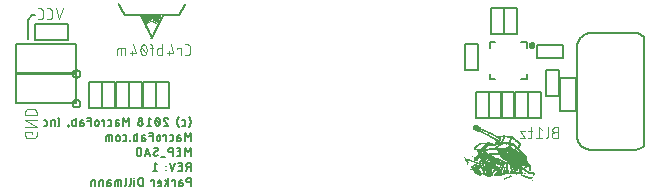
<source format=gbo>
%FSLAX46Y46*%
%MOIN*%
%ADD10C,0.003*%
%ADD11C,0.005*%
%ADD12R,0.0008X0.00083*%
%ADD13R,0.0025X0.00084*%
%ADD14R,0.0025X0.00083*%
%ADD15R,0.0017X0.00083*%
%ADD16R,0.005X0.00083*%
%ADD17R,0.0075X0.00084*%
%ADD18R,0.0009X0.00084*%
%ADD19R,0.005X0.00084*%
%ADD20R,0.0075X0.00083*%
%ADD21R,0.0108X0.00083*%
%ADD22R,0.0058X0.00083*%
%ADD23R,0.0158X0.00083*%
%ADD24R,0.0059X0.00084*%
%ADD25R,0.0175X0.00084*%
%ADD26R,0.0041X0.00083*%
%ADD27R,0.0125X0.00083*%
%ADD28R,0.0034X0.00083*%
%ADD29R,0.0058X0.00084*%
%ADD30R,0.0016X0.00084*%
%ADD31R,0.0091X0.00084*%
%ADD32R,0.0083X0.00083*%
%ADD33R,0.0042X0.00083*%
%ADD34R,0.0109X0.00083*%
%ADD35R,0.0117X0.00083*%
%ADD36R,0.0141X0.00084*%
%ADD37R,0.0034X0.00084*%
%ADD38R,0.01X0.00083*%
%ADD39R,0.0033X0.00083*%
%ADD40R,0.0017X0.00083*%
%ADD41R,0.0116X0.00084*%
%ADD42R,0.0108X0.00084*%
%ADD43R,0.0008X0.00084*%
%ADD44R,0.0033X0.00084*%
%ADD45R,0.0017X0.00084*%
%ADD46R,0.0067X0.00083*%
%ADD47R,0.0092X0.00083*%
%ADD48R,0.0059X0.00083*%
%ADD49R,0.0117X0.00083*%
%ADD50R,0.0142X0.00083*%
%ADD51R,0.0134X0.00084*%
%ADD52R,0.0192X0.00084*%
%ADD53R,0.0042X0.00084*%
%ADD54R,0.0125X0.00084*%
%ADD55R,0.0092X0.00083*%
%ADD56R,0.0091X0.00083*%
%ADD57R,0.0167X0.00083*%
%ADD58R,0.0042X0.00083*%
%ADD59R,0.0016X0.00083*%
%ADD60R,0.01X0.00084*%
%ADD61R,0.0242X0.00084*%
%ADD62R,0.0175X0.00083*%
%ADD63R,0.0009X0.00083*%
%ADD64R,0.0066X0.00083*%
%ADD65R,0.015X0.00083*%
%ADD66R,0.0325X0.00083*%
%ADD67R,0.015X0.00084*%
%ADD68R,0.0041X0.00084*%
%ADD69R,0.0084X0.00084*%
%ADD70R,0.0042X0.00084*%
%ADD71R,0.0109X0.00084*%
%ADD72R,0.0083X0.00084*%
%ADD73R,0.0634X0.00084*%
%ADD74R,0.0217X0.00084*%
%ADD75R,0.0191X0.00083*%
%ADD76R,0.0116X0.00083*%
%ADD77R,0.0425X0.00083*%
%ADD78R,0.0159X0.00083*%
%ADD79R,0.0067X0.00083*%
%ADD80R,0.0208X0.00083*%
%ADD81R,0.02X0.00083*%
%ADD82R,0.0092X0.00084*%
%ADD83R,0.0158X0.00084*%
%ADD84R,0.0084X0.00083*%
%ADD85R,0.0166X0.00083*%
%ADD86R,0.0216X0.00084*%
%ADD87R,0.0192X0.00084*%
%ADD88R,0.0142X0.00084*%
%ADD89R,0.0159X0.00084*%
%ADD90R,0.0192X0.00083*%
%ADD91R,0.0133X0.00083*%
%ADD92R,0.0209X0.00083*%
%ADD93R,0.0141X0.00083*%
%ADD94R,0.0099X0.00083*%
%ADD95R,0.0133X0.00084*%
%ADD96R,0.0099X0.00084*%
%ADD97R,0.0217X0.00083*%
%ADD98R,0.0051X0.00083*%
%ADD99R,0.0142X0.00083*%
%ADD100R,0.02X0.00084*%
%ADD101R,0.0067X0.00084*%
%ADD102R,0.0284X0.00083*%
%ADD103R,0.0167X0.00083*%
%ADD104R,0.0142X0.00084*%
%ADD105R,0.0117X0.00084*%
%ADD106R,0.0208X0.00084*%
%ADD107R,0.0167X0.00084*%
%ADD108R,0.0225X0.00083*%
%ADD109R,0.0049X0.00083*%
%ADD110R,0.0183X0.00083*%
%ADD111R,0.03X0.00083*%
%ADD112R,0.0226X0.00084*%
%ADD113R,0.0049X0.00084*%
%ADD114R,0.0425X0.00084*%
%ADD115R,0.0066X0.00084*%
%ADD116R,0.0358X0.00084*%
%ADD117R,0.05X0.00083*%
%ADD118R,0.0258X0.00083*%
%ADD119R,0.0292X0.00083*%
%ADD120R,0.0067X0.00084*%
%ADD121R,0.0375X0.00084*%
%ADD122R,0.0183X0.00084*%
%ADD123R,0.0149X0.00083*%
%ADD124R,0.0384X0.00083*%
%ADD125R,0.0201X0.00083*%
%ADD126R,0.0341X0.00084*%
%ADD127R,0.0184X0.00084*%
%ADD128R,0.0209X0.00084*%
%ADD129R,0.04X0.00083*%
%ADD130R,0.0392X0.00083*%
%ADD131R,0.0184X0.00083*%
%ADD132R,0.0092X0.00084*%
%ADD133R,0.04X0.00084*%
%ADD134R,0.0416X0.00083*%
%ADD135R,0.0333X0.00083*%
%ADD136R,0.0134X0.00083*%
%ADD137R,0.0366X0.00083*%
%ADD138R,0.0325X0.00084*%
%ADD139R,0.0666X0.00083*%
%ADD140R,0.0658X0.00084*%
%ADD141R,0.0658X0.00083*%
%ADD142R,0.0192X0.00083*%
%ADD143R,0.065X0.00083*%
%ADD144R,0.0117X0.00084*%
%ADD145R,0.0291X0.00083*%
%ADD146R,0.0234X0.00084*%
%ADD147R,0.035X0.00084*%
%ADD148R,0.0408X0.00084*%
%ADD149R,0.0417X0.00083*%
%ADD150R,0.0791X0.00083*%
%ADD151R,0.0375X0.00083*%
%ADD152R,0.0367X0.00084*%
%ADD153R,0.0791X0.00084*%
%ADD154R,0.08X0.00083*%
%ADD155R,0.0625X0.00083*%
%ADD156R,0.0608X0.00084*%
%ADD157R,0.0241X0.00083*%
%ADD158R,0.0608X0.00083*%
%ADD159R,0.0267X0.00083*%
%ADD160R,0.0267X0.00083*%
%ADD161R,0.0642X0.00083*%
%ADD162R,0.0017X0.00084*%
%ADD163R,0.0284X0.00084*%
%ADD164R,0.0659X0.00084*%
%ADD165R,0.0684X0.00083*%
%ADD166R,0.07X0.00083*%
%ADD167R,0.0191X0.00084*%
%ADD168R,0.0725X0.00084*%
%ADD169R,0.0742X0.00083*%
%ADD170R,0.0741X0.00083*%
%ADD171R,0.0333X0.00084*%
%ADD172R,0.075X0.00084*%
%ADD173R,0.0775X0.00083*%
%ADD174R,0.05X0.00084*%
%ADD175R,0.0283X0.00084*%
%ADD176R,0.0358X0.00083*%
%ADD177R,0.0758X0.00083*%
%ADD178R,0.0342X0.00084*%
%ADD179R,0.0542X0.00084*%
%ADD180R,0.0217X0.00084*%
%ADD181R,0.0341X0.00083*%
%ADD182R,0.0566X0.00083*%
%ADD183R,0.0683X0.00084*%
%ADD184R,0.055X0.00083*%
%ADD185R,0.0508X0.00083*%
%ADD186R,0.085X0.00083*%
%ADD187R,0.0492X0.00084*%
%ADD188R,0.0858X0.00084*%
%ADD189R,0.0467X0.00083*%
%ADD190R,0.0433X0.00083*%
%ADD191R,0.0442X0.00083*%
%ADD192R,0.0434X0.00084*%
%ADD193R,0.0466X0.00083*%
%ADD194R,0.0275X0.00083*%
%ADD195R,0.0316X0.00083*%
%ADD196R,0.045X0.00083*%
%ADD197R,0.0441X0.00083*%
%ADD198R,0.0292X0.00083*%
%ADD199R,0.0441X0.00084*%
%ADD200R,0.0292X0.00084*%
%ADD201R,0.0342X0.00083*%
%ADD202R,0.0259X0.00083*%
%ADD203R,0.0458X0.00084*%
%ADD204R,0.0258X0.00084*%
%ADD205R,0.0534X0.00083*%
%ADD206R,0.025X0.00083*%
%ADD207R,0.0392X0.00083*%
%ADD208R,0.0291X0.00084*%
%ADD209R,0.0391X0.00083*%
%ADD210R,0.0308X0.00083*%
%ADD211R,0.0383X0.00083*%
%ADD212R,0.0334X0.00083*%
%ADD213R,0.0483X0.00084*%
%ADD214R,0.0642X0.00083*%
%ADD215R,0.0641X0.00083*%
%ADD216R,0.0624X0.00084*%
%ADD217R,0.0217X0.00083*%
%ADD218R,0.035X0.00083*%
%ADD219R,0.0442X0.00084*%
%ADD220R,0.0384X0.00084*%
%ADD221R,0.1234X0.00083*%
%ADD222R,0.0933X0.00084*%
%ADD223R,0.0833X0.00083*%
%ADD224R,0.0408X0.00083*%
%ADD225R,0.0076X0.00083*%
%ADD226R,0.0216X0.00083*%
%ADD227R,0.0126X0.00084*%
%ADD228R,0.0317X0.00083*%
%ADD229R,0.0259X0.00084*%
%ADD230R,0.025X0.00084*%
%ADD231R,0.0266X0.00083*%
%ADD232R,0.0575X0.00083*%
%ADD233R,0.0166X0.00084*%
%ADD234R,0.0558X0.00084*%
%ADD235R,0.0483X0.00083*%
%ADD236R,0.0517X0.00083*%
%ADD237R,0.0242X0.00083*%
%ADD238R,0.0233X0.00083*%
%ADD239C,0.00591*%
%ADD240R,0.001X0.0005*%
%ADD241R,0.0055X0.0005*%
%ADD242R,0.006X0.0005*%
%ADD243R,0.007X0.0005*%
%ADD244R,0.008X0.0005*%
%ADD245R,0.0085X0.0005*%
%ADD246R,0.009X0.0005*%
%ADD247R,0.0095X0.0005*%
%ADD248R,0.01X0.0005*%
%ADD249R,0.0105X0.0005*%
%ADD250R,0.011X0.0005*%
%ADD251R,0.0065X0.0005*%
%ADD252R,0.005X0.0005*%
%ADD253R,0.0005X0.0005*%
%ADD254R,0.0015X0.0005*%
%ADD255R,0.0025X0.0005*%
%ADD256R,0.002X0.0005*%
%ADD257R,0.0035X0.0005*%
%ADD258R,0.003X0.0005*%
%ADD259R,0.0045X0.0005*%
%ADD260R,0.0115X0.0005*%
%ADD261R,0.0125X0.0005*%
%ADD262R,0.0145X0.0005*%
%ADD263R,0.0175X0.0005*%
%ADD264R,0.0185X0.0005*%
%ADD265R,0.019X0.0005*%
%ADD266R,0.0195X0.0005*%
%ADD267R,0.02X0.0005*%
%ADD268R,0.021X0.0005*%
%ADD269R,0.0205X0.0005*%
%ADD270R,0.0215X0.0005*%
%ADD271R,0.022X0.0005*%
%ADD272R,0.0225X0.0005*%
%ADD273R,0.023X0.0005*%
%ADD274R,0.0235X0.0005*%
%ADD275R,0.024X0.0005*%
%ADD276R,0.0245X0.0005*%
%ADD277R,0.025X0.0005*%
%ADD278R,0.0255X0.0005*%
%ADD279R,0.026X0.0005*%
%ADD280R,0.0265X0.0005*%
%ADD281R,0.027X0.0005*%
%ADD282R,0.0275X0.0005*%
%ADD283R,0.028X0.0005*%
%ADD284R,0.029X0.0005*%
%ADD285R,0.0285X0.0005*%
%ADD286R,0.0585X0.0005*%
%ADD287R,0.06X0.0005*%
%ADD288R,0.0595X0.0005*%
%ADD289R,0.061X0.0005*%
%ADD290R,0.062X0.0005*%
%ADD291R,0.058X0.0005*%
%ADD292R,0.063X0.0005*%
%ADD293R,0.0575X0.0005*%
%ADD294R,0.059X0.0005*%
%ADD295R,0.065X0.0005*%
%LPD*%
D10*
X133720Y438220D02*
G01*
Y444380D01*
X113160D01*
Y432050D01*
X113180Y431490D01*
X113240Y430930D01*
X113330Y430380D01*
X113460Y429830D01*
X113630Y429300D01*
X113840Y428780D01*
X114080Y428270D01*
X114360Y427780D01*
X114660Y427310D01*
X115000Y426860D01*
X115370Y426440D01*
X115770Y426040D01*
X116190Y425670D01*
X116640Y425330D01*
X117110Y425030D01*
X117600Y424750D01*
X118110Y424510D01*
X118630Y424300D01*
X119160Y424130D01*
X119710Y424000D01*
X120260Y423910D01*
X120820Y423850D01*
X121380Y423830D01*
X141940D01*
X142500Y423850D01*
X143060Y423910D01*
X143610Y424000D01*
X144160Y424130D01*
X144690Y424300D01*
X145210Y424510D01*
X145720Y424750D01*
X146210Y425030D01*
X146680Y425330D01*
X147130Y425670D01*
X147550Y426040D01*
X147950Y426440D01*
X148320Y426860D01*
X148660Y427310D01*
X148960Y427780D01*
X149240Y428270D01*
X149480Y428780D01*
X149690Y429300D01*
X149860Y429830D01*
X149990Y430380D01*
X150080Y430930D01*
X150140Y431490D01*
X150160Y432050D01*
Y444380D01*
X113160Y462230D02*
X150160D01*
X113160Y482780D01*
X150160D01*
Y500630D02*
Y510910D01*
X150140Y511530D01*
X150090Y512150D01*
X149990Y512760D01*
X149860Y513370D01*
X149690Y513970D01*
X149490Y514560D01*
X149250Y515130D01*
X148980Y515690D01*
X148680Y516230D01*
X148340Y516750D01*
X147970Y517250D01*
X147570Y517730D01*
X147150Y518180D01*
X146700Y518600D01*
X146220Y519000D01*
X145720Y519370D01*
X145200Y519710D01*
X144660Y520010D01*
X144100Y520280D01*
X143530Y520520D01*
X142940Y520720D01*
X142340Y520890D01*
X141730Y521020D01*
X141120Y521120D01*
X140500Y521170D01*
X139880Y521180D01*
X123440D01*
X122820Y521170D01*
X122200Y521120D01*
X121590Y521020D01*
X120980Y520890D01*
X120380Y520720D01*
X119790Y520520D01*
X119220Y520280D01*
X118660Y520010D01*
X118120Y519710D01*
X117600Y519370D01*
X117100Y519000D01*
X116620Y518600D01*
X116170Y518180D01*
X115750Y517730D01*
X115350Y517250D01*
X114980Y516750D01*
X114640Y516230D01*
X114340Y515690D01*
X114070Y515130D01*
X113830Y514560D01*
X113630Y513970D01*
X113460Y513370D01*
X113330Y512760D01*
X113230Y512150D01*
X113180Y511530D01*
X113160Y510910D01*
Y500630D01*
X150160D01*
X419050Y699010D02*
Y717510D01*
X419070Y717990D01*
X419130Y718480D01*
X419220Y718950D01*
X419350Y719420D01*
X419520Y719870D01*
X419720Y720310D01*
X419960Y720730D01*
X420230Y721140D01*
X420530Y721520D01*
X420860Y721870D01*
X421210Y722200D01*
X421590Y722500D01*
X422000Y722770D01*
X422420Y723010D01*
X422860Y723210D01*
X423310Y723380D01*
X423780Y723510D01*
X424250Y723600D01*
X424740Y723660D01*
X425220Y723670D01*
X443720D01*
Y699010D01*
X431380D02*
Y723670D01*
X460700Y707230D02*
X481260D01*
X473040Y736010D01*
X466870Y715450D02*
Y699010D01*
X514180Y730870D02*
X514630Y729910D01*
X515040Y728930D01*
X515420Y727930D01*
X515770Y726930D01*
X516080Y725910D01*
X516360Y724880D01*
X516590Y723850D01*
X516800Y722800D01*
X516960Y721750D01*
X517090Y720700D01*
X517190Y719640D01*
X517240Y718570D01*
X517260Y717510D01*
X517240Y716450D01*
X517190Y715380D01*
X517090Y714320D01*
X516960Y713270D01*
X516800Y712220D01*
X516590Y711170D01*
X516360Y710140D01*
X516080Y709110D01*
X515770Y708090D01*
X515420Y707090D01*
X515040Y706090D01*
X514630Y705110D01*
X514180Y704140D01*
X513990Y703650D01*
X513770Y703180D01*
X513520Y702720D01*
X513240Y702280D01*
X512920Y701860D01*
X512580Y701460D01*
X512210Y701080D01*
X511820Y700740D01*
X511400Y700420D01*
X510970Y700130D01*
X510510Y699870D01*
X510040Y699640D01*
X509550Y699450D01*
X509050Y699290D01*
X508540Y699160D01*
X508030Y699070D01*
X507500Y699020D01*
X506980Y699000D01*
X506460Y699020D01*
X505930Y699070D01*
X505420Y699160D01*
X504910Y699290D01*
X504410Y699450D01*
X503920Y699640D01*
X503450Y699870D01*
X502990Y700130D01*
X502560Y700420D01*
X502140Y700740D01*
X501750Y701080D01*
X501380Y701460D01*
X501040Y701860D01*
X500730Y702280D01*
X500440Y702720D01*
X500190Y703180D01*
X499970Y703650D01*
X499780Y704140D01*
X499340Y705110D01*
X498930Y706090D01*
X498550Y707090D01*
X498200Y708090D01*
X497890Y709110D01*
X497610Y710140D01*
X497380Y711170D01*
X497170Y712220D01*
X497010Y713270D01*
X496880Y714320D01*
X496780Y715380D01*
X496730Y716450D01*
X496710Y717510D01*
X496720Y718570D01*
X496770Y719640D01*
X496870Y720700D01*
X497000Y721750D01*
X497160Y722800D01*
X497370Y723850D01*
X497600Y724880D01*
X497880Y725910D01*
X498190Y726930D01*
X498540Y727930D01*
X498920Y728930D01*
X499330Y729910D01*
X499780Y730870D01*
X499970Y731360D01*
X500190Y731830D01*
X500440Y732290D01*
X500730Y732730D01*
X501040Y733150D01*
X501380Y733550D01*
X501750Y733930D01*
X502140Y734270D01*
X502560Y734590D01*
X502990Y734880D01*
X503450Y735140D01*
X503920Y735370D01*
X504410Y735560D01*
X504910Y735720D01*
X505420Y735850D01*
X505930Y735940D01*
X506460Y735990D01*
X506980Y736010D01*
X507500Y735990D01*
X508030Y735940D01*
X508540Y735850D01*
X509050Y735720D01*
X509550Y735560D01*
X510040Y735370D01*
X510510Y735140D01*
X510970Y734880D01*
X511400Y734590D01*
X511820Y734270D01*
X512210Y733930D01*
X512580Y733550D01*
X512920Y733150D01*
X513240Y732730D01*
X513520Y732290D01*
X513770Y731830D01*
X513990Y731360D01*
X514180Y730870D01*
X498760Y727780D02*
X515200Y707230D01*
X527790Y736010D02*
X529850D01*
X530330Y735990D01*
X530820Y735930D01*
X531290Y735840D01*
X531760Y735710D01*
X532210Y735540D01*
X532650Y735340D01*
X533070Y735100D01*
X533480Y734830D01*
X533860Y734530D01*
X534210Y734200D01*
X534540Y733850D01*
X534840Y733470D01*
X535110Y733060D01*
X535350Y732640D01*
X535550Y732200D01*
X535720Y731750D01*
X535850Y731280D01*
X535940Y730810D01*
X536000Y730320D01*
X536020Y729840D01*
Y699010D01*
X569020Y736010D02*
Y699010D01*
X558750D01*
X558270Y699020D01*
X557780Y699080D01*
X557310Y699170D01*
X556840Y699300D01*
X556390Y699470D01*
X555950Y699670D01*
X555530Y699910D01*
X555120Y700180D01*
X554740Y700480D01*
X554390Y700810D01*
X554060Y701160D01*
X553760Y701540D01*
X553490Y701950D01*
X553250Y702370D01*
X553050Y702810D01*
X552880Y703260D01*
X552750Y703730D01*
X552660Y704200D01*
X552600Y704690D01*
X552580Y705170D01*
Y717510D01*
X552600Y717990D01*
X552660Y718480D01*
X552750Y718950D01*
X552880Y719420D01*
X553050Y719870D01*
X553250Y720310D01*
X553490Y720730D01*
X553760Y721140D01*
X554060Y721520D01*
X554390Y721870D01*
X554740Y722200D01*
X555120Y722500D01*
X555530Y722770D01*
X555950Y723010D01*
X556390Y723210D01*
X556840Y723380D01*
X557310Y723510D01*
X557780Y723600D01*
X558270Y723660D01*
X558750Y723670D01*
X569020D01*
X540130D02*
X527790D01*
X585500Y707230D02*
X606060D01*
X597840Y736010D01*
X591670Y715450D02*
Y699010D01*
X617870Y719560D02*
Y723670D01*
X630200D01*
Y699010D01*
X644920D02*
X653140D01*
X653700Y699030D01*
X654260Y699090D01*
X654810Y699180D01*
X655360Y699310D01*
X655890Y699480D01*
X656410Y699690D01*
X656920Y699930D01*
X657410Y700210D01*
X657880Y700510D01*
X658330Y700850D01*
X658750Y701220D01*
X659150Y701620D01*
X659520Y702040D01*
X659860Y702490D01*
X660160Y702960D01*
X660440Y703450D01*
X660680Y703960D01*
X660890Y704480D01*
X661060Y705010D01*
X661190Y705560D01*
X661280Y706110D01*
X661340Y706670D01*
X661360Y707230D01*
Y727780D01*
X661340Y728340D01*
X661280Y728900D01*
X661190Y729450D01*
X661060Y730000D01*
X660890Y730530D01*
X660680Y731050D01*
X660440Y731560D01*
X660160Y732050D01*
X659860Y732520D01*
X659520Y732970D01*
X659150Y733390D01*
X658750Y733790D01*
X658330Y734160D01*
X657880Y734500D01*
X657410Y734800D01*
X656920Y735080D01*
X656410Y735320D01*
X655890Y735530D01*
X655360Y735700D01*
X654810Y735830D01*
X654260Y735920D01*
X653700Y735980D01*
X653140Y736010D01*
X644920D01*
X238860Y856010D02*
X226530Y819010D01*
X214190Y856010D01*
X154460Y819010D02*
X162680D01*
X163240Y819030D01*
X163800Y819090D01*
X164350Y819180D01*
X164900Y819310D01*
X165430Y819480D01*
X165950Y819690D01*
X166460Y819930D01*
X166950Y820210D01*
X167420Y820510D01*
X167870Y820850D01*
X168290Y821220D01*
X168690Y821620D01*
X169060Y822040D01*
X169400Y822490D01*
X169700Y822960D01*
X169980Y823450D01*
X170220Y823960D01*
X170430Y824480D01*
X170600Y825010D01*
X170730Y825560D01*
X170820Y826110D01*
X170880Y826670D01*
X170910Y827230D01*
Y847780D01*
X170880Y848340D01*
X170820Y848900D01*
X170730Y849450D01*
X170600Y850000D01*
X170430Y850530D01*
X170220Y851050D01*
X169980Y851560D01*
X169700Y852050D01*
X169400Y852520D01*
X169060Y852970D01*
X168690Y853390D01*
X168290Y853790D01*
X167870Y854160D01*
X167420Y854500D01*
X166950Y854800D01*
X166460Y855080D01*
X165950Y855320D01*
X165430Y855530D01*
X164900Y855700D01*
X164350Y855830D01*
X163800Y855920D01*
X163240Y855980D01*
X162680Y856010D01*
X154460D01*
X184460D02*
X192680D01*
X193240Y855980D01*
X193800Y855920D01*
X194350Y855830D01*
X194900Y855700D01*
X195430Y855530D01*
X195950Y855320D01*
X196460Y855080D01*
X196950Y854800D01*
X197420Y854500D01*
X197870Y854160D01*
X198290Y853790D01*
X198690Y853390D01*
X199060Y852970D01*
X199400Y852520D01*
X199700Y852050D01*
X199980Y851560D01*
X200220Y851050D01*
X200430Y850530D01*
X200600Y850000D01*
X200730Y849450D01*
X200820Y848900D01*
X200880Y848340D01*
X200910Y847780D01*
Y827230D01*
X200880Y826670D01*
X200820Y826110D01*
X200730Y825560D01*
X200600Y825010D01*
X200430Y824480D01*
X200220Y823960D01*
X199980Y823450D01*
X199700Y822960D01*
X199400Y822490D01*
X199060Y822040D01*
X198690Y821620D01*
X198290Y821220D01*
X197870Y820850D01*
X197420Y820510D01*
X196950Y820210D01*
X196460Y819930D01*
X195950Y819690D01*
X195430Y819480D01*
X194900Y819310D01*
X194350Y819180D01*
X193800Y819090D01*
X193240Y819030D01*
X192680Y819010D01*
X184460D01*
X1777330Y447120D02*
X1760880D01*
X1777330Y422450D01*
X1760880D01*
X1789620Y447120D02*
X1801950D01*
X1797840Y459450D02*
Y428620D01*
X1797830Y428140D01*
X1797770Y427650D01*
X1797680Y427180D01*
X1797550Y426710D01*
X1797380Y426260D01*
X1797180Y425820D01*
X1796940Y425400D01*
X1796670Y424990D01*
X1796370Y424610D01*
X1796040Y424260D01*
X1795690Y423930D01*
X1795310Y423630D01*
X1794900Y423360D01*
X1794480Y423120D01*
X1794040Y422920D01*
X1793590Y422750D01*
X1793120Y422620D01*
X1792650Y422530D01*
X1792160Y422470D01*
X1791680Y422450D01*
X1789620D01*
X1814030D02*
X1834580D01*
X1824300D02*
Y459450D01*
X1834580Y451230D01*
X1853630Y459450D02*
Y428620D01*
X1853620Y428140D01*
X1853560Y427650D01*
X1853470Y427180D01*
X1853340Y426710D01*
X1853170Y426260D01*
X1852970Y425820D01*
X1852730Y425400D01*
X1852460Y424990D01*
X1852160Y424610D01*
X1851830Y424260D01*
X1851480Y423930D01*
X1851100Y423630D01*
X1850690Y423360D01*
X1850270Y423120D01*
X1849830Y422920D01*
X1849380Y422750D01*
X1848910Y422620D01*
X1848440Y422530D01*
X1847950Y422470D01*
X1847470Y422450D01*
X1877790Y443010D02*
X1877160Y442990D01*
X1876530Y442930D01*
X1875900Y442830D01*
X1875280Y442700D01*
X1874670Y442530D01*
X1874080Y442320D01*
X1873490Y442070D01*
X1872930Y441790D01*
X1872380Y441470D01*
X1871850Y441120D01*
X1871350Y440740D01*
X1870860Y440330D01*
X1870410Y439890D01*
X1869980Y439420D01*
X1869590Y438930D01*
X1869220Y438410D01*
X1868890Y437870D01*
X1868590Y437310D01*
X1868320Y436740D01*
X1868090Y436150D01*
X1867900Y435540D01*
X1867750Y434930D01*
X1867630Y434310D01*
X1867550Y433680D01*
X1867510Y433050D01*
Y432410D01*
X1867550Y431780D01*
X1867630Y431150D01*
X1867750Y430530D01*
X1867900Y429920D01*
X1868090Y429310D01*
X1868320Y428720D01*
X1868590Y428150D01*
X1868890Y427590D01*
X1869220Y427050D01*
X1869590Y426530D01*
X1869980Y426040D01*
X1870410Y425570D01*
X1870860Y425130D01*
X1871350Y424720D01*
X1871850Y424340D01*
X1872380Y423990D01*
X1872930Y423670D01*
X1873490Y423390D01*
X1874080Y423140D01*
X1874670Y422930D01*
X1875280Y422760D01*
X1875900Y422630D01*
X1876530Y422530D01*
X1877160Y422470D01*
X1877790Y422450D01*
X1888070D01*
Y459450D01*
X1877790D01*
X1877230Y459430D01*
X1876670Y459370D01*
X1876120Y459280D01*
X1875570Y459150D01*
X1875040Y458980D01*
X1874520Y458770D01*
X1874010Y458530D01*
X1873520Y458250D01*
X1873050Y457950D01*
X1872600Y457610D01*
X1872180Y457240D01*
X1871780Y456840D01*
X1871410Y456420D01*
X1871070Y455970D01*
X1870770Y455500D01*
X1870490Y455010D01*
X1870250Y454500D01*
X1870040Y453980D01*
X1869870Y453450D01*
X1869740Y452900D01*
X1869650Y452350D01*
X1869590Y451790D01*
X1869570Y451230D01*
X1869590Y450670D01*
X1869650Y450110D01*
X1869740Y449560D01*
X1869870Y449010D01*
X1870040Y448480D01*
X1870250Y447960D01*
X1870490Y447450D01*
X1870770Y446960D01*
X1871070Y446490D01*
X1871410Y446040D01*
X1871780Y445620D01*
X1872180Y445220D01*
X1872600Y444850D01*
X1873050Y444510D01*
X1873520Y444210D01*
X1874010Y443930D01*
X1874520Y443690D01*
X1875040Y443480D01*
X1875570Y443310D01*
X1876120Y443180D01*
X1876670Y443090D01*
X1877230Y443030D01*
X1877790Y443010D01*
X1888070D01*
D11*
X344570Y265010D02*
Y283010D01*
X337070D01*
X336650Y282990D01*
X336240Y282930D01*
X335840Y282840D01*
X335440Y282710D01*
X335060Y282540D01*
X334700Y282340D01*
X334360Y282100D01*
X334040Y281840D01*
X333740Y281540D01*
X333480Y281220D01*
X333240Y280880D01*
X333040Y280520D01*
X332870Y280140D01*
X332740Y279740D01*
X332650Y279340D01*
X332590Y278930D01*
X332570Y278510D01*
Y265010D01*
X371450D02*
Y283010D01*
X363950D01*
X363530Y282990D01*
X363120Y282930D01*
X362720Y282840D01*
X362320Y282710D01*
X361940Y282540D01*
X361580Y282340D01*
X361240Y282100D01*
X360920Y281840D01*
X360620Y281540D01*
X360360Y281220D01*
X360120Y280880D01*
X359920Y280520D01*
X359750Y280140D01*
X359620Y279740D01*
X359530Y279340D01*
X359470Y278930D01*
X359450Y278510D01*
Y265010D01*
X397050Y283010D02*
X391050D01*
X390630Y282990D01*
X390220Y282930D01*
X389820Y282840D01*
X389420Y282710D01*
X389040Y282540D01*
X388680Y282340D01*
X388340Y282100D01*
X388020Y281840D01*
X387720Y281540D01*
X387460Y281220D01*
X387220Y280880D01*
X387020Y280520D01*
X386850Y280140D01*
X386720Y279740D01*
X386630Y279340D01*
X386570Y278930D01*
X386550Y278510D01*
Y265010D01*
X393300D01*
X393750Y265030D01*
X394190Y265090D01*
X394620Y265180D01*
X395050Y265310D01*
X395460Y265480D01*
X395860Y265680D01*
X396240Y265910D01*
X396600Y266180D01*
X396930Y266470D01*
X397240Y266790D01*
X397520Y267140D01*
X397770Y267510D01*
X397990Y267900D01*
X398170Y268300D01*
X398320Y268720D01*
X398430Y269150D01*
X398510Y269590D01*
X398550Y270040D01*
Y270480D01*
X398510Y270930D01*
X398430Y271370D01*
X398320Y271800D01*
X398170Y272220D01*
X397990Y272620D01*
X397770Y273010D01*
X397520Y273380D01*
X397240Y273730D01*
X396930Y274050D01*
X396600Y274340D01*
X396240Y274610D01*
X395860Y274840D01*
X395460Y275040D01*
X395050Y275210D01*
X394620Y275340D01*
X394190Y275430D01*
X393750Y275490D01*
X393300Y275510D01*
X386550D01*
X431090Y265010D02*
Y283010D01*
X417590D01*
X417170Y282990D01*
X416760Y282930D01*
X416360Y282840D01*
X415960Y282710D01*
X415580Y282540D01*
X415220Y282340D01*
X414880Y282100D01*
X414560Y281840D01*
X414260Y281540D01*
X414000Y281220D01*
X413760Y280880D01*
X413560Y280520D01*
X413390Y280140D01*
X413260Y279740D01*
X413170Y279340D01*
X413110Y278930D01*
X413090Y278510D01*
Y265010D01*
X422090D02*
Y283010D01*
X443650Y265010D02*
X444070Y265030D01*
X444480Y265090D01*
X444880Y265180D01*
X445280Y265310D01*
X445660Y265480D01*
X446020Y265680D01*
X446360Y265920D01*
X446680Y266180D01*
X446980Y266480D01*
X447240Y266800D01*
X447480Y267140D01*
X447680Y267500D01*
X447850Y267880D01*
X447980Y268280D01*
X448070Y268680D01*
X448130Y269090D01*
X448150Y269510D01*
Y292010D01*
X463510D02*
Y269510D01*
X463490Y269090D01*
X463430Y268680D01*
X463340Y268280D01*
X463210Y267880D01*
X463040Y267500D01*
X462840Y267140D01*
X462600Y266800D01*
X462340Y266480D01*
X462040Y266180D01*
X461720Y265920D01*
X461380Y265680D01*
X461020Y265480D01*
X460640Y265310D01*
X460240Y265180D01*
X459840Y265090D01*
X459430Y265030D01*
X459010Y265010D01*
X475850D02*
Y283010D01*
X475100Y290510D02*
X476600D01*
Y292010D01*
X475100D01*
Y290510D01*
X489470Y284510D02*
Y272510D01*
X489490Y271970D01*
X489550Y271440D01*
X489640Y270920D01*
X489770Y270400D01*
X489940Y269890D01*
X490150Y269390D01*
X490390Y268920D01*
X490660Y268460D01*
X490970Y268020D01*
X491300Y267600D01*
X491670Y267210D01*
X492060Y266840D01*
X492480Y266510D01*
X492920Y266200D01*
X493380Y265930D01*
X493850Y265690D01*
X494350Y265480D01*
X494860Y265310D01*
X495380Y265180D01*
X495900Y265090D01*
X496430Y265030D01*
X496970Y265010D01*
X504470D01*
Y292010D01*
X496970D01*
X496430Y291990D01*
X495900Y291930D01*
X495380Y291840D01*
X494860Y291710D01*
X494350Y291540D01*
X493850Y291330D01*
X493380Y291090D01*
X492920Y290820D01*
X492480Y290510D01*
X492060Y290180D01*
X491670Y289810D01*
X491300Y289420D01*
X490970Y289000D01*
X490660Y288560D01*
X490390Y288100D01*
X490150Y287630D01*
X489940Y287130D01*
X489770Y286620D01*
X489640Y286100D01*
X489550Y285580D01*
X489490Y285050D01*
X489470Y284510D01*
X540160Y265010D02*
Y283010D01*
X531160D01*
Y280010D01*
X554330Y265010D02*
X561830D01*
X562250Y265030D01*
X562660Y265090D01*
X563060Y265180D01*
X563460Y265310D01*
X563840Y265480D01*
X564200Y265680D01*
X564540Y265920D01*
X564860Y266180D01*
X565160Y266480D01*
X565420Y266800D01*
X565660Y267140D01*
X565860Y267500D01*
X566030Y267880D01*
X566160Y268280D01*
X566250Y268680D01*
X566310Y269090D01*
X566330Y269510D01*
Y277010D01*
Y274010D02*
X554330D01*
Y277010D01*
X554350Y277490D01*
X554410Y277970D01*
X554500Y278450D01*
X554640Y278910D01*
X554810Y279360D01*
X555020Y279800D01*
X555260Y280220D01*
X555530Y280610D01*
X555840Y280990D01*
X556170Y281340D01*
X556540Y281660D01*
X556920Y281950D01*
X557330Y282210D01*
X557760Y282430D01*
X558200Y282620D01*
X558660Y282770D01*
X559130Y282890D01*
X559610Y282970D01*
X560090Y283010D01*
X560570D01*
X561050Y282970D01*
X561530Y282890D01*
X562000Y282770D01*
X562460Y282620D01*
X562900Y282430D01*
X563330Y282210D01*
X563740Y281950D01*
X564120Y281660D01*
X564490Y281340D01*
X564820Y280990D01*
X565130Y280610D01*
X565400Y280220D01*
X565640Y279800D01*
X565850Y279360D01*
X566020Y278910D01*
X566160Y278450D01*
X566250Y277970D01*
X566310Y277490D01*
X566330Y277010D01*
X577830Y283010D02*
X589830Y274010D01*
X584580Y277760D02*
X577830Y265010D01*
X589830D02*
Y292010D01*
X610240Y265010D02*
Y283010D01*
X601240D01*
Y280010D01*
X625590Y275510D02*
X632340D01*
X632790Y275490D01*
X633230Y275430D01*
X633660Y275340D01*
X634090Y275210D01*
X634500Y275040D01*
X634900Y274840D01*
X635280Y274610D01*
X635640Y274340D01*
X635970Y274050D01*
X636280Y273730D01*
X636560Y273380D01*
X636810Y273010D01*
X637030Y272620D01*
X637210Y272220D01*
X637360Y271800D01*
X637470Y271370D01*
X637550Y270930D01*
X637590Y270480D01*
Y270040D01*
X637550Y269590D01*
X637470Y269150D01*
X637360Y268720D01*
X637210Y268300D01*
X637030Y267900D01*
X636810Y267510D01*
X636560Y267140D01*
X636280Y266790D01*
X635970Y266470D01*
X635640Y266180D01*
X635280Y265910D01*
X634900Y265680D01*
X634500Y265480D01*
X634090Y265310D01*
X633660Y265180D01*
X633230Y265090D01*
X632790Y265030D01*
X632340Y265010D01*
X625590D01*
Y278510D01*
X625610Y278930D01*
X625670Y279340D01*
X625760Y279740D01*
X625890Y280140D01*
X626060Y280520D01*
X626260Y280880D01*
X626500Y281220D01*
X626760Y281540D01*
X627060Y281840D01*
X627380Y282100D01*
X627720Y282340D01*
X628080Y282540D01*
X628460Y282710D01*
X628860Y282840D01*
X629260Y282930D01*
X629670Y282990D01*
X630090Y283010D01*
X636090D01*
X664160Y265010D02*
Y292010D01*
X656660D01*
X656120Y291990D01*
X655590Y291930D01*
X655070Y291840D01*
X654550Y291710D01*
X654040Y291540D01*
X653540Y291330D01*
X653070Y291090D01*
X652610Y290820D01*
X652170Y290510D01*
X651750Y290180D01*
X651360Y289810D01*
X650990Y289420D01*
X650660Y289000D01*
X650350Y288560D01*
X650080Y288100D01*
X649840Y287630D01*
X649630Y287130D01*
X649460Y286620D01*
X649330Y286100D01*
X649240Y285580D01*
X649180Y285050D01*
X649160Y284510D01*
X649180Y283970D01*
X649240Y283440D01*
X649330Y282920D01*
X649460Y282400D01*
X649630Y281890D01*
X649840Y281390D01*
X650080Y280920D01*
X650350Y280460D01*
X650660Y280020D01*
X650990Y279600D01*
X651360Y279210D01*
X651750Y278840D01*
X652170Y278510D01*
X652610Y278200D01*
X653070Y277930D01*
X653540Y277690D01*
X654040Y277480D01*
X654550Y277310D01*
X655070Y277180D01*
X655590Y277090D01*
X656120Y277030D01*
X656660Y277010D01*
X664160D01*
Y315010D02*
Y342010D01*
X656660D01*
X656120Y341990D01*
X655590Y341930D01*
X655070Y341840D01*
X654550Y341710D01*
X654040Y341540D01*
X653540Y341330D01*
X653070Y341090D01*
X652610Y340820D01*
X652170Y340510D01*
X651750Y340180D01*
X651360Y339810D01*
X650990Y339420D01*
X650660Y339000D01*
X650350Y338560D01*
X650080Y338100D01*
X649840Y337630D01*
X649630Y337130D01*
X649460Y336620D01*
X649330Y336100D01*
X649240Y335580D01*
X649180Y335050D01*
X649160Y334510D01*
X649180Y333970D01*
X649240Y333440D01*
X649330Y332920D01*
X649460Y332400D01*
X649630Y331890D01*
X649840Y331390D01*
X650080Y330920D01*
X650350Y330460D01*
X650660Y330020D01*
X650990Y329600D01*
X651360Y329210D01*
X651750Y328840D01*
X652170Y328510D01*
X652610Y328200D01*
X653070Y327930D01*
X653540Y327690D01*
X654040Y327480D01*
X654550Y327310D01*
X655070Y327180D01*
X655590Y327090D01*
X656120Y327030D01*
X656660Y327010D01*
X664160D01*
X655160D02*
X649160Y315010D01*
X612170Y342010D02*
X603170Y315010D01*
X594170Y342010D01*
X582800Y330760D02*
X581300D01*
Y329260D01*
X582800D01*
Y330760D01*
Y318760D02*
X581300D01*
Y317260D01*
X582800D01*
Y318760D01*
X553070Y315010D02*
X538070D01*
X545570D02*
Y342010D01*
X553070Y336010D01*
X566600Y362010D02*
X578600D01*
X604430Y365010D02*
Y392010D01*
X596930D01*
X596390Y391990D01*
X595860Y391930D01*
X595340Y391840D01*
X594820Y391710D01*
X594310Y391540D01*
X593810Y391330D01*
X593340Y391090D01*
X592880Y390820D01*
X592440Y390510D01*
X592020Y390180D01*
X591630Y389810D01*
X591260Y389420D01*
X590930Y389000D01*
X590620Y388560D01*
X590350Y388100D01*
X590110Y387630D01*
X589900Y387130D01*
X589730Y386620D01*
X589600Y386100D01*
X589510Y385580D01*
X589450Y385050D01*
X589430Y384510D01*
X589450Y383970D01*
X589510Y383440D01*
X589600Y382920D01*
X589730Y382400D01*
X589900Y381890D01*
X590110Y381390D01*
X590350Y380920D01*
X590620Y380460D01*
X590930Y380020D01*
X591260Y379600D01*
X591630Y379210D01*
X592020Y378840D01*
X592440Y378510D01*
X592880Y378200D01*
X593340Y377930D01*
X593810Y377690D01*
X594310Y377480D01*
X594820Y377310D01*
X595340Y377180D01*
X595860Y377090D01*
X596390Y377030D01*
X596930Y377010D01*
X604430D01*
X617940Y365010D02*
X629940D01*
Y392010D01*
X617940D01*
X620940Y380010D02*
X629940D01*
X664160Y365010D02*
Y392010D01*
X655160Y377010D01*
X646160Y392010D01*
Y365010D01*
X634590Y330010D02*
X625590D01*
X622590Y315010D02*
X634590D01*
Y342010D01*
X622590D01*
X555140Y368760D02*
X554650Y368300D01*
X554150Y367860D01*
X553620Y367450D01*
X553070Y367080D01*
X552510Y366730D01*
X551920Y366410D01*
X551320Y366120D01*
X550700Y365860D01*
X550080Y365640D01*
X549440Y365450D01*
X548790Y365290D01*
X548130Y365170D01*
X547470Y365080D01*
X546810Y365030D01*
X546140Y365010D01*
X545670Y365030D01*
X545200Y365080D01*
X544740Y365180D01*
X544290Y365300D01*
X543840Y365470D01*
X543420Y365660D01*
X543010Y365890D01*
X542610Y366160D01*
X542240Y366450D01*
X541900Y366770D01*
X541580Y367110D01*
X541290Y367480D01*
X541020Y367880D01*
X540790Y368290D01*
X540600Y368710D01*
X540430Y369160D01*
X540310Y369610D01*
X540210Y370070D01*
X540160Y370540D01*
X540140Y371010D01*
X540160Y371500D01*
X540220Y371980D01*
X540310Y372460D01*
X540450Y372920D01*
X540620Y373380D01*
X540830Y373820D01*
X541070Y374240D01*
X541340Y374640D01*
X541650Y375020D01*
X541980Y375370D01*
X542340Y375700D01*
X542730Y375990D01*
X543140Y376260D01*
X551390Y380760D01*
X551800Y381030D01*
X552190Y381320D01*
X552550Y381650D01*
X552880Y382000D01*
X553190Y382380D01*
X553460Y382780D01*
X553700Y383200D01*
X553910Y383640D01*
X554080Y384100D01*
X554220Y384560D01*
X554310Y385040D01*
X554370Y385520D01*
X554390Y386010D01*
X554370Y386480D01*
X554320Y386950D01*
X554220Y387410D01*
X554100Y387860D01*
X553930Y388310D01*
X553740Y388730D01*
X553510Y389140D01*
X553240Y389540D01*
X552950Y389910D01*
X552630Y390250D01*
X552290Y390570D01*
X551920Y390860D01*
X551520Y391130D01*
X551110Y391360D01*
X550690Y391550D01*
X550240Y391720D01*
X549790Y391840D01*
X549330Y391940D01*
X548860Y391990D01*
X548390Y392010D01*
X547730Y391990D01*
X547080Y391930D01*
X546430Y391840D01*
X545780Y391700D01*
X545150Y391530D01*
X544520Y391320D01*
X543910Y391080D01*
X543320Y390800D01*
X542740Y390490D01*
X542180Y390140D01*
X541640Y389760D01*
X528800Y365010D02*
X519800Y392010D01*
X510800Y365010D01*
X513050Y371760D02*
X526550D01*
X498500Y372510D02*
Y384510D01*
X498480Y385050D01*
X498420Y385580D01*
X498330Y386100D01*
X498200Y386620D01*
X498030Y387130D01*
X497820Y387630D01*
X497580Y388100D01*
X497310Y388560D01*
X497000Y389000D01*
X496670Y389420D01*
X496300Y389810D01*
X495910Y390180D01*
X495490Y390510D01*
X495050Y390820D01*
X494590Y391090D01*
X494120Y391330D01*
X493620Y391540D01*
X493110Y391710D01*
X492590Y391840D01*
X492070Y391930D01*
X491540Y391990D01*
X491000Y392010D01*
X490460Y391990D01*
X489930Y391930D01*
X489410Y391840D01*
X488890Y391710D01*
X488380Y391540D01*
X487880Y391330D01*
X487410Y391090D01*
X486950Y390820D01*
X486510Y390510D01*
X486090Y390180D01*
X485700Y389810D01*
X485330Y389420D01*
X485000Y389000D01*
X484690Y388560D01*
X484420Y388100D01*
X484180Y387630D01*
X483970Y387130D01*
X483800Y386620D01*
X483670Y386100D01*
X483580Y385580D01*
X483520Y385050D01*
X483500Y384510D01*
Y372510D01*
X483520Y371970D01*
X483580Y371440D01*
X483670Y370920D01*
X483800Y370400D01*
X483970Y369890D01*
X484180Y369390D01*
X484420Y368920D01*
X484690Y368460D01*
X485000Y368020D01*
X485330Y367600D01*
X485700Y367210D01*
X486090Y366840D01*
X486510Y366510D01*
X486950Y366200D01*
X487410Y365930D01*
X487880Y365690D01*
X488380Y365480D01*
X488890Y365310D01*
X489410Y365180D01*
X489930Y365090D01*
X490460Y365030D01*
X491000Y365010D01*
X491540Y365030D01*
X492070Y365090D01*
X492590Y365180D01*
X493110Y365310D01*
X493620Y365480D01*
X494120Y365690D01*
X494590Y365930D01*
X495050Y366200D01*
X495490Y366510D01*
X495910Y366840D01*
X496300Y367210D01*
X496670Y367600D01*
X497000Y368020D01*
X497310Y368460D01*
X497580Y368920D01*
X497820Y369390D01*
X498030Y369890D01*
X498200Y370400D01*
X498330Y370920D01*
X498420Y371440D01*
X498480Y371970D01*
X498500Y372510D01*
X501540Y425510D02*
X508290D01*
X508740Y425490D01*
X509180Y425430D01*
X509610Y425340D01*
X510040Y425210D01*
X510450Y425040D01*
X510850Y424840D01*
X511230Y424610D01*
X511590Y424340D01*
X511920Y424050D01*
X512230Y423730D01*
X512510Y423380D01*
X512760Y423010D01*
X512980Y422620D01*
X513160Y422220D01*
X513310Y421800D01*
X513420Y421370D01*
X513500Y420930D01*
X513540Y420480D01*
Y420040D01*
X513500Y419590D01*
X513420Y419150D01*
X513310Y418720D01*
X513160Y418300D01*
X512980Y417900D01*
X512760Y417510D01*
X512510Y417140D01*
X512230Y416790D01*
X511920Y416470D01*
X511590Y416180D01*
X511230Y415910D01*
X510850Y415680D01*
X510450Y415480D01*
X510040Y415310D01*
X509610Y415180D01*
X509180Y415090D01*
X508740Y415030D01*
X508290Y415010D01*
X501540D01*
Y428510D01*
X501560Y428930D01*
X501620Y429340D01*
X501710Y429740D01*
X501840Y430140D01*
X502010Y430520D01*
X502210Y430880D01*
X502450Y431220D01*
X502710Y431540D01*
X503010Y431840D01*
X503330Y432100D01*
X503670Y432340D01*
X504030Y432540D01*
X504410Y432710D01*
X504810Y432840D01*
X505210Y432930D01*
X505620Y432990D01*
X506040Y433010D01*
X512040D01*
X524820Y430010D02*
X536820D01*
X524820Y442010D02*
X536820D01*
Y415010D01*
X551240Y421010D02*
Y427010D01*
X551260Y427490D01*
X551320Y427970D01*
X551410Y428450D01*
X551550Y428910D01*
X551720Y429360D01*
X551930Y429800D01*
X552170Y430220D01*
X552440Y430610D01*
X552750Y430990D01*
X553080Y431340D01*
X553450Y431660D01*
X553830Y431950D01*
X554240Y432210D01*
X554670Y432430D01*
X555110Y432620D01*
X555570Y432770D01*
X556040Y432890D01*
X556520Y432970D01*
X557000Y433010D01*
X557480D01*
X557960Y432970D01*
X558440Y432890D01*
X558910Y432770D01*
X559370Y432620D01*
X559810Y432430D01*
X560240Y432210D01*
X560650Y431950D01*
X561030Y431660D01*
X561400Y431340D01*
X561730Y430990D01*
X562040Y430610D01*
X562310Y430220D01*
X562550Y429800D01*
X562760Y429360D01*
X562930Y428910D01*
X563070Y428450D01*
X563160Y427970D01*
X563220Y427490D01*
X563240Y427010D01*
Y421010D01*
X563220Y420530D01*
X563160Y420050D01*
X563070Y419570D01*
X562930Y419110D01*
X562760Y418660D01*
X562550Y418220D01*
X562310Y417800D01*
X562040Y417410D01*
X561730Y417030D01*
X561400Y416680D01*
X561030Y416360D01*
X560650Y416070D01*
X560240Y415810D01*
X559810Y415590D01*
X559370Y415400D01*
X558910Y415250D01*
X558440Y415130D01*
X557960Y415050D01*
X557480Y415010D01*
X557000D01*
X556520Y415050D01*
X556040Y415130D01*
X555570Y415250D01*
X555110Y415400D01*
X554670Y415590D01*
X554240Y415810D01*
X553830Y416070D01*
X553450Y416360D01*
X553080Y416680D01*
X552750Y417030D01*
X552440Y417410D01*
X552170Y417800D01*
X551930Y418220D01*
X551720Y418660D01*
X551550Y419110D01*
X551410Y419570D01*
X551320Y420050D01*
X551260Y420530D01*
X551240Y421010D01*
X573190Y430010D02*
Y433010D01*
X582190D01*
Y415010D01*
X594930D02*
X600930D01*
X601350Y415030D01*
X601760Y415090D01*
X602160Y415180D01*
X602560Y415310D01*
X602940Y415480D01*
X603300Y415680D01*
X603640Y415920D01*
X603960Y416180D01*
X604260Y416480D01*
X604520Y416800D01*
X604760Y417140D01*
X604960Y417500D01*
X605130Y417880D01*
X605260Y418280D01*
X605350Y418680D01*
X605410Y419090D01*
X605430Y419510D01*
Y428510D01*
X605410Y428930D01*
X605350Y429340D01*
X605260Y429740D01*
X605130Y430140D01*
X604960Y430520D01*
X604760Y430880D01*
X604520Y431220D01*
X604260Y431540D01*
X603960Y431840D01*
X603640Y432100D01*
X603300Y432340D01*
X602940Y432540D01*
X602560Y432710D01*
X602160Y432840D01*
X601760Y432930D01*
X601350Y432990D01*
X600930Y433010D01*
X594930D01*
X630120D02*
X624120D01*
X623700Y432990D01*
X623290Y432930D01*
X622890Y432840D01*
X622490Y432710D01*
X622110Y432540D01*
X621750Y432340D01*
X621410Y432100D01*
X621090Y431840D01*
X620790Y431540D01*
X620530Y431220D01*
X620290Y430880D01*
X620090Y430520D01*
X619920Y430140D01*
X619790Y429740D01*
X619700Y429340D01*
X619640Y428930D01*
X619620Y428510D01*
Y415010D01*
X626370D01*
X626820Y415030D01*
X627260Y415090D01*
X627690Y415180D01*
X628120Y415310D01*
X628530Y415480D01*
X628930Y415680D01*
X629310Y415910D01*
X629670Y416180D01*
X630000Y416470D01*
X630310Y416790D01*
X630590Y417140D01*
X630840Y417510D01*
X631060Y417900D01*
X631240Y418300D01*
X631390Y418720D01*
X631500Y419150D01*
X631580Y419590D01*
X631620Y420040D01*
Y420480D01*
X631580Y420930D01*
X631500Y421370D01*
X631390Y421800D01*
X631240Y422220D01*
X631060Y422620D01*
X630840Y423010D01*
X630590Y423380D01*
X630310Y423730D01*
X630000Y424050D01*
X629670Y424340D01*
X629310Y424610D01*
X628930Y424840D01*
X628530Y425040D01*
X628120Y425210D01*
X627690Y425340D01*
X627260Y425430D01*
X626820Y425490D01*
X626370Y425510D01*
X619620D01*
X664160Y415010D02*
Y442010D01*
X655160Y427010D01*
X646160Y442010D01*
Y415010D01*
X625020Y495010D02*
X624400Y494240D01*
X623800Y493440D01*
X623240Y492620D01*
X622710Y491770D01*
X622210Y490910D01*
X621750Y490030D01*
X621320Y489130D01*
X620920Y488220D01*
X620570Y487290D01*
X620240Y486350D01*
X619960Y485390D01*
X619710Y484430D01*
X619500Y483460D01*
X619330Y482480D01*
X619190Y481490D01*
X619100Y480500D01*
X619040Y479510D01*
X619020Y478510D01*
X619040Y477510D01*
X619100Y476520D01*
X619190Y475530D01*
X619330Y474540D01*
X619500Y473560D01*
X619710Y472590D01*
X619960Y471630D01*
X620240Y470670D01*
X620570Y469730D01*
X620920Y468800D01*
X621320Y467890D01*
X621750Y466990D01*
X622210Y466110D01*
X622710Y465250D01*
X623240Y464400D01*
X623800Y463580D01*
X624400Y462780D01*
X625020Y462010D01*
X635600Y483010D02*
X641600D01*
X642020Y482990D01*
X642430Y482930D01*
X642830Y482840D01*
X643230Y482710D01*
X643610Y482540D01*
X643970Y482340D01*
X644310Y482100D01*
X644630Y481840D01*
X644930Y481540D01*
X645190Y481220D01*
X645430Y480880D01*
X645630Y480520D01*
X645800Y480140D01*
X645930Y479740D01*
X646020Y479340D01*
X646080Y478930D01*
X646100Y478510D01*
Y469510D01*
X646080Y469090D01*
X646020Y468680D01*
X645930Y468280D01*
X645800Y467880D01*
X645630Y467500D01*
X645430Y467140D01*
X645190Y466800D01*
X644930Y466480D01*
X644630Y466180D01*
X644310Y465920D01*
X643970Y465680D01*
X643610Y465480D01*
X643230Y465310D01*
X642830Y465180D01*
X642430Y465090D01*
X642020Y465030D01*
X641600Y465010D01*
X635600D01*
X658160Y462010D02*
X658780Y462780D01*
X659380Y463580D01*
X659940Y464400D01*
X660470Y465250D01*
X660970Y466110D01*
X661430Y466990D01*
X661860Y467890D01*
X662260Y468800D01*
X662610Y469730D01*
X662940Y470670D01*
X663220Y471630D01*
X663470Y472590D01*
X663680Y473560D01*
X663850Y474540D01*
X663990Y475530D01*
X664080Y476520D01*
X664140Y477510D01*
X664160Y478510D01*
X664140Y479510D01*
X664080Y480500D01*
X663990Y481490D01*
X663850Y482480D01*
X663680Y483460D01*
X663470Y484430D01*
X663220Y485390D01*
X662940Y486350D01*
X662610Y487290D01*
X662260Y488220D01*
X661860Y489130D01*
X661430Y490030D01*
X660970Y490910D01*
X660470Y491770D01*
X659940Y492620D01*
X659380Y493440D01*
X658780Y494240D01*
X658160Y495010D01*
X593310Y524200D02*
X550010D01*
Y610810D01*
X593310D01*
Y524200D01*
X548310D02*
X505010D01*
Y610810D01*
X548310D01*
Y524200D01*
X532450Y486010D02*
X524950Y492010D01*
Y465010D01*
X532450D02*
X517450D01*
X503650Y472510D02*
X503630Y471970D01*
X503570Y471440D01*
X503480Y470920D01*
X503350Y470400D01*
X503180Y469890D01*
X502970Y469390D01*
X502730Y468920D01*
X502460Y468460D01*
X502150Y468020D01*
X501820Y467600D01*
X501450Y467210D01*
X501060Y466840D01*
X500640Y466510D01*
X500200Y466200D01*
X499740Y465930D01*
X499270Y465690D01*
X498770Y465480D01*
X498260Y465310D01*
X497740Y465180D01*
X497220Y465090D01*
X496690Y465030D01*
X496150Y465010D01*
X495610Y465030D01*
X495080Y465090D01*
X494560Y465180D01*
X494040Y465310D01*
X493530Y465480D01*
X493030Y465690D01*
X492560Y465930D01*
X492100Y466200D01*
X491660Y466510D01*
X491240Y466840D01*
X490850Y467210D01*
X490480Y467600D01*
X490150Y468020D01*
X489840Y468460D01*
X489570Y468920D01*
X489330Y469390D01*
X489120Y469890D01*
X488950Y470400D01*
X488820Y470920D01*
X488730Y471440D01*
X488670Y471970D01*
X488650Y472510D01*
X488670Y473050D01*
X488730Y473580D01*
X488820Y474100D01*
X488950Y474620D01*
X489120Y475130D01*
X489330Y475630D01*
X489570Y476100D01*
X489840Y476560D01*
X490150Y477000D01*
X490480Y477420D01*
X490850Y477810D01*
X491240Y478180D01*
X491660Y478510D01*
X492100Y478820D01*
X492560Y479090D01*
X493030Y479330D01*
X493530Y479540D01*
X494040Y479710D01*
X494560Y479840D01*
X495080Y479930D01*
X495610Y479990D01*
X496150Y480010D01*
X496690Y479990D01*
X497220Y479930D01*
X497740Y479840D01*
X498260Y479710D01*
X498770Y479540D01*
X499270Y479330D01*
X499740Y479090D01*
X500200Y478820D01*
X500640Y478510D01*
X501060Y478180D01*
X501450Y477810D01*
X501820Y477420D01*
X502150Y477000D01*
X502460Y476560D01*
X502730Y476100D01*
X502970Y475630D01*
X503180Y475130D01*
X503350Y474620D01*
X503480Y474100D01*
X503570Y473580D01*
X503630Y473050D01*
X503650Y472510D01*
X502150Y486010D02*
X502130Y485530D01*
X502070Y485050D01*
X501980Y484570D01*
X501840Y484110D01*
X501670Y483660D01*
X501460Y483220D01*
X501220Y482800D01*
X500950Y482410D01*
X500640Y482030D01*
X500310Y481680D01*
X499940Y481360D01*
X499560Y481070D01*
X499150Y480810D01*
X498720Y480590D01*
X498280Y480400D01*
X497820Y480250D01*
X497350Y480130D01*
X496870Y480050D01*
X496390Y480010D01*
X495910D01*
X495430Y480050D01*
X494950Y480130D01*
X494480Y480250D01*
X494020Y480400D01*
X493580Y480590D01*
X493150Y480810D01*
X492740Y481070D01*
X492360Y481360D01*
X491990Y481680D01*
X491660Y482030D01*
X491350Y482410D01*
X491080Y482800D01*
X490840Y483220D01*
X490630Y483660D01*
X490460Y484110D01*
X490320Y484570D01*
X490230Y485050D01*
X490170Y485530D01*
X490150Y486010D01*
X490170Y486490D01*
X490230Y486970D01*
X490320Y487450D01*
X490460Y487910D01*
X490630Y488360D01*
X490840Y488800D01*
X491080Y489220D01*
X491350Y489610D01*
X491660Y489990D01*
X491990Y490340D01*
X492360Y490660D01*
X492740Y490950D01*
X493150Y491210D01*
X493580Y491430D01*
X494020Y491620D01*
X494480Y491770D01*
X494950Y491890D01*
X495430Y491970D01*
X495910Y492010D01*
X496390D01*
X496870Y491970D01*
X497350Y491890D01*
X497820Y491770D01*
X498280Y491620D01*
X498720Y491430D01*
X499150Y491210D01*
X499560Y490950D01*
X499940Y490660D01*
X500310Y490340D01*
X500640Y489990D01*
X500950Y489610D01*
X501220Y489220D01*
X501460Y488800D01*
X501670Y488360D01*
X501840Y487910D01*
X501980Y487450D01*
X502070Y486970D01*
X502130Y486490D01*
X502150Y486010D01*
X561250Y478510D02*
X561230Y477590D01*
X561170Y476680D01*
X561080Y475760D01*
X560950Y474860D01*
X560780Y473950D01*
X560570Y473060D01*
X560330Y472180D01*
X560050Y471300D01*
X559740Y470440D01*
X559380Y469590D01*
X559000Y468760D01*
X558830Y468330D01*
X558630Y467920D01*
X558400Y467530D01*
X558130Y467150D01*
X557830Y466800D01*
X557510Y466480D01*
X557160Y466180D01*
X556790Y465910D01*
X556390Y465680D01*
X555980Y465480D01*
X555550Y465310D01*
X555110Y465180D01*
X554660Y465090D01*
X554210Y465030D01*
X553750Y465010D01*
X553290Y465030D01*
X552840Y465090D01*
X552390Y465180D01*
X551950Y465310D01*
X551520Y465480D01*
X551110Y465680D01*
X550710Y465910D01*
X550340Y466180D01*
X549990Y466480D01*
X549670Y466800D01*
X549370Y467150D01*
X549100Y467530D01*
X548870Y467920D01*
X548670Y468330D01*
X548500Y468760D01*
X548120Y469590D01*
X547760Y470440D01*
X547450Y471300D01*
X547170Y472180D01*
X546930Y473060D01*
X546720Y473950D01*
X546550Y474860D01*
X546420Y475760D01*
X546330Y476680D01*
X546270Y477590D01*
X546250Y478510D01*
X546270Y479430D01*
X546330Y480340D01*
X546420Y481260D01*
X546550Y482160D01*
X546720Y483070D01*
X546930Y483960D01*
X547170Y484840D01*
X547450Y485720D01*
X547760Y486580D01*
X548120Y487430D01*
X548500Y488260D01*
X548670Y488690D01*
X548870Y489100D01*
X549100Y489490D01*
X549370Y489870D01*
X549670Y490220D01*
X549990Y490540D01*
X550340Y490840D01*
X550710Y491110D01*
X551110Y491340D01*
X551520Y491540D01*
X551950Y491710D01*
X552390Y491840D01*
X552840Y491930D01*
X553290Y491990D01*
X553750Y492010D01*
X554210Y491990D01*
X554660Y491930D01*
X555110Y491840D01*
X555550Y491710D01*
X555980Y491540D01*
X556390Y491340D01*
X556790Y491110D01*
X557160Y490840D01*
X557510Y490540D01*
X557830Y490220D01*
X558130Y489870D01*
X558400Y489490D01*
X558630Y489100D01*
X558830Y488690D01*
X559000Y488260D01*
X559380Y487430D01*
X559740Y486580D01*
X560050Y485720D01*
X560330Y484840D01*
X560570Y483960D01*
X560780Y483070D01*
X560950Y482160D01*
X561080Y481260D01*
X561170Y480340D01*
X561230Y479430D01*
X561250Y478510D01*
X559750Y471010D02*
X547750Y486010D01*
X590050Y486000D02*
X589850Y486540D01*
X589620Y487070D01*
X589360Y487580D01*
X589060Y488070D01*
X588730Y488540D01*
X588370Y488980D01*
X587980Y489410D01*
X587570Y489800D01*
X587130Y490170D01*
X586660Y490510D01*
X586180Y490810D01*
X585670Y491090D01*
X585150Y491330D01*
X584620Y491530D01*
X584070Y491700D01*
X583510Y491830D01*
X582940Y491920D01*
X582370Y491980D01*
X581800Y492000D01*
X581300Y491990D01*
X580790Y491930D01*
X580300Y491840D01*
X579810Y491710D01*
X579330Y491540D01*
X578870Y491340D01*
X578430Y491110D01*
X578000Y490840D01*
X577590Y490540D01*
X577210Y490210D01*
X576850Y489850D01*
X576520Y489470D01*
X576220Y489060D01*
X575950Y488640D01*
X575720Y488190D01*
X575520Y487730D01*
X575350Y487250D01*
X575220Y486760D01*
X575130Y486270D01*
X575070Y485760D01*
X575050Y485260D01*
X575070Y484730D01*
X575130Y484200D01*
X575230Y483670D01*
X575360Y483160D01*
X575540Y482650D01*
X575750Y482160D01*
X575990Y481690D01*
X576270Y481230D01*
X576580Y480800D01*
X576930Y480390D01*
X577300Y480010D01*
X590050Y465010D01*
X575050D01*
X486220Y442010D02*
Y415010D01*
X478720D01*
X478300Y415030D01*
X477890Y415090D01*
X477490Y415180D01*
X477090Y415310D01*
X476710Y415480D01*
X476350Y415680D01*
X476010Y415920D01*
X475690Y416180D01*
X475390Y416480D01*
X475130Y416800D01*
X474890Y417140D01*
X474690Y417500D01*
X474520Y417880D01*
X474390Y418280D01*
X474300Y418680D01*
X474240Y419090D01*
X474220Y419510D01*
Y428510D01*
X474240Y428930D01*
X474300Y429340D01*
X474390Y429740D01*
X474520Y430140D01*
X474690Y430520D01*
X474890Y430880D01*
X475130Y431220D01*
X475390Y431540D01*
X475690Y431840D01*
X476010Y432100D01*
X476350Y432340D01*
X476710Y432540D01*
X477090Y432710D01*
X477490Y432840D01*
X477890Y432930D01*
X478300Y432990D01*
X478720Y433010D01*
X486220D01*
X462950Y415010D02*
Y416510D01*
X461450D01*
Y415010D01*
X462950D01*
X427880Y427010D02*
Y421010D01*
X427860Y420530D01*
X427800Y420050D01*
X427710Y419570D01*
X427570Y419110D01*
X427400Y418660D01*
X427190Y418220D01*
X426950Y417800D01*
X426680Y417410D01*
X426370Y417030D01*
X426040Y416680D01*
X425670Y416360D01*
X425290Y416070D01*
X424880Y415810D01*
X424450Y415590D01*
X424010Y415400D01*
X423550Y415250D01*
X423080Y415130D01*
X422600Y415050D01*
X422120Y415010D01*
X421640D01*
X421160Y415050D01*
X420680Y415130D01*
X420210Y415250D01*
X419750Y415400D01*
X419310Y415590D01*
X418880Y415810D01*
X418470Y416070D01*
X418090Y416360D01*
X417720Y416680D01*
X417390Y417030D01*
X417080Y417410D01*
X416810Y417800D01*
X416570Y418220D01*
X416360Y418660D01*
X416190Y419110D01*
X416050Y419570D01*
X415960Y420050D01*
X415900Y420530D01*
X415880Y421010D01*
Y427010D01*
X415900Y427490D01*
X415960Y427970D01*
X416050Y428450D01*
X416190Y428910D01*
X416360Y429360D01*
X416570Y429800D01*
X416810Y430220D01*
X417080Y430610D01*
X417390Y430990D01*
X417720Y431340D01*
X418090Y431660D01*
X418470Y431950D01*
X418880Y432210D01*
X419310Y432430D01*
X419750Y432620D01*
X420210Y432770D01*
X420680Y432890D01*
X421160Y432970D01*
X421640Y433010D01*
X422120D01*
X422600Y432970D01*
X423080Y432890D01*
X423550Y432770D01*
X424010Y432620D01*
X424450Y432430D01*
X424880Y432210D01*
X425290Y431950D01*
X425670Y431660D01*
X426040Y431340D01*
X426370Y430990D01*
X426680Y430610D01*
X426950Y430220D01*
X427190Y429800D01*
X427400Y429360D01*
X427570Y428910D01*
X427710Y428450D01*
X427800Y427970D01*
X427860Y427490D01*
X427880Y427010D01*
X439410Y415010D02*
X445410D01*
X445830Y415030D01*
X446240Y415090D01*
X446640Y415180D01*
X447040Y415310D01*
X447420Y415480D01*
X447780Y415680D01*
X448120Y415920D01*
X448440Y416180D01*
X448740Y416480D01*
X449000Y416800D01*
X449240Y417140D01*
X449440Y417500D01*
X449610Y417880D01*
X449740Y418280D01*
X449830Y418680D01*
X449890Y419090D01*
X449910Y419510D01*
Y428510D01*
X449890Y428930D01*
X449830Y429340D01*
X449740Y429740D01*
X449610Y430140D01*
X449440Y430520D01*
X449240Y430880D01*
X449000Y431220D01*
X448740Y431540D01*
X448440Y431840D01*
X448120Y432100D01*
X447780Y432340D01*
X447420Y432540D01*
X447040Y432710D01*
X446640Y432840D01*
X446240Y432930D01*
X445830Y432990D01*
X445410Y433010D01*
X439410D01*
X458110Y465010D02*
Y492010D01*
X449110Y477010D01*
X440110Y492010D01*
Y465010D01*
X413570Y475510D02*
X420320D01*
X420770Y475490D01*
X421210Y475430D01*
X421640Y475340D01*
X422070Y475210D01*
X422480Y475040D01*
X422880Y474840D01*
X423260Y474610D01*
X423620Y474340D01*
X423950Y474050D01*
X424260Y473730D01*
X424540Y473380D01*
X424790Y473010D01*
X425010Y472620D01*
X425190Y472220D01*
X425340Y471800D01*
X425450Y471370D01*
X425530Y470930D01*
X425570Y470480D01*
Y470040D01*
X425530Y469590D01*
X425450Y469150D01*
X425340Y468720D01*
X425190Y468300D01*
X425010Y467900D01*
X424790Y467510D01*
X424540Y467140D01*
X424260Y466790D01*
X423950Y466470D01*
X423620Y466180D01*
X423260Y465910D01*
X422880Y465680D01*
X422480Y465480D01*
X422070Y465310D01*
X421640Y465180D01*
X421210Y465090D01*
X420770Y465030D01*
X420320Y465010D01*
X413570D01*
Y478510D01*
X413590Y478930D01*
X413650Y479340D01*
X413740Y479740D01*
X413870Y480140D01*
X414040Y480520D01*
X414240Y480880D01*
X414480Y481220D01*
X414740Y481540D01*
X415040Y481840D01*
X415360Y482100D01*
X415700Y482340D01*
X416060Y482540D01*
X416440Y482710D01*
X416840Y482840D01*
X417240Y482930D01*
X417650Y482990D01*
X418070Y483010D01*
X424070D01*
X376140Y465010D02*
Y483010D01*
X367140D01*
Y480010D01*
X388880Y465010D02*
X394880D01*
X395300Y465030D01*
X395710Y465090D01*
X396110Y465180D01*
X396510Y465310D01*
X396890Y465480D01*
X397250Y465680D01*
X397590Y465920D01*
X397910Y466180D01*
X398210Y466480D01*
X398470Y466800D01*
X398710Y467140D01*
X398910Y467500D01*
X399080Y467880D01*
X399210Y468280D01*
X399300Y468680D01*
X399360Y469090D01*
X399380Y469510D01*
Y478510D01*
X399360Y478930D01*
X399300Y479340D01*
X399210Y479740D01*
X399080Y480140D01*
X398910Y480520D01*
X398710Y480880D01*
X398470Y481220D01*
X398210Y481540D01*
X397910Y481840D01*
X397590Y482100D01*
X397250Y482340D01*
X396890Y482540D01*
X396510Y482710D01*
X396110Y482840D01*
X395710Y482930D01*
X395300Y482990D01*
X394880Y483010D01*
X388880D01*
X401120Y415010D02*
Y433010D01*
X387620D01*
X387200Y432990D01*
X386790Y432930D01*
X386390Y432840D01*
X385990Y432710D01*
X385610Y432540D01*
X385250Y432340D01*
X384910Y432100D01*
X384590Y431840D01*
X384290Y431540D01*
X384030Y431220D01*
X383790Y430880D01*
X383590Y430520D01*
X383420Y430140D01*
X383290Y429740D01*
X383200Y429340D01*
X383140Y428930D01*
X383120Y428510D01*
Y415010D01*
X392120Y433010D02*
Y415010D01*
X330770Y465010D02*
Y492010D01*
X318770D01*
Y480010D02*
X330770D01*
X345190Y477010D02*
Y471010D01*
X345210Y470530D01*
X345270Y470050D01*
X345360Y469570D01*
X345500Y469110D01*
X345670Y468660D01*
X345880Y468220D01*
X346120Y467800D01*
X346390Y467410D01*
X346700Y467030D01*
X347030Y466680D01*
X347400Y466360D01*
X347780Y466070D01*
X348190Y465810D01*
X348620Y465590D01*
X349060Y465400D01*
X349520Y465250D01*
X349990Y465130D01*
X350470Y465050D01*
X350950Y465010D01*
X351430D01*
X351910Y465050D01*
X352390Y465130D01*
X352860Y465250D01*
X353320Y465400D01*
X353760Y465590D01*
X354190Y465810D01*
X354600Y466070D01*
X354980Y466360D01*
X355350Y466680D01*
X355680Y467030D01*
X355990Y467410D01*
X356260Y467800D01*
X356500Y468220D01*
X356710Y468660D01*
X356880Y469110D01*
X357020Y469570D01*
X357110Y470050D01*
X357170Y470530D01*
X357190Y471010D01*
Y477010D01*
X357170Y477490D01*
X357110Y477970D01*
X357020Y478450D01*
X356880Y478910D01*
X356710Y479360D01*
X356500Y479800D01*
X356260Y480220D01*
X355990Y480610D01*
X355680Y480990D01*
X355350Y481340D01*
X354980Y481660D01*
X354600Y481950D01*
X354190Y482210D01*
X353760Y482430D01*
X353320Y482620D01*
X352860Y482770D01*
X352390Y482890D01*
X351910Y482970D01*
X351430Y483010D01*
X350950D01*
X350470Y482970D01*
X349990Y482890D01*
X349520Y482770D01*
X349060Y482620D01*
X348620Y482430D01*
X348190Y482210D01*
X347780Y481950D01*
X347400Y481660D01*
X347030Y481340D01*
X346700Y480990D01*
X346390Y480610D01*
X346120Y480220D01*
X345880Y479800D01*
X345670Y479360D01*
X345500Y478910D01*
X345360Y478450D01*
X345270Y477970D01*
X345210Y477490D01*
X345190Y477010D01*
X305990Y483010D02*
X299990D01*
X299570Y482990D01*
X299160Y482930D01*
X298760Y482840D01*
X298360Y482710D01*
X297980Y482540D01*
X297620Y482340D01*
X297280Y482100D01*
X296960Y481840D01*
X296660Y481540D01*
X296400Y481220D01*
X296160Y480880D01*
X295960Y480520D01*
X295790Y480140D01*
X295660Y479740D01*
X295570Y479340D01*
X295510Y478930D01*
X295490Y478510D01*
Y465010D01*
X302240D01*
X302690Y465030D01*
X303130Y465090D01*
X303560Y465180D01*
X303990Y465310D01*
X304400Y465480D01*
X304800Y465680D01*
X305180Y465910D01*
X305540Y466180D01*
X305870Y466470D01*
X306180Y466790D01*
X306460Y467140D01*
X306710Y467510D01*
X306930Y467900D01*
X307110Y468300D01*
X307260Y468720D01*
X307370Y469150D01*
X307450Y469590D01*
X307490Y470040D01*
Y470480D01*
X307450Y470930D01*
X307370Y471370D01*
X307260Y471800D01*
X307110Y472220D01*
X306930Y472620D01*
X306710Y473010D01*
X306460Y473380D01*
X306180Y473730D01*
X305870Y474050D01*
X305540Y474340D01*
X305180Y474610D01*
X304800Y474840D01*
X304400Y475040D01*
X303990Y475210D01*
X303560Y475340D01*
X303130Y475430D01*
X302690Y475490D01*
X302240Y475510D01*
X295490D01*
X280170Y483010D02*
X272670D01*
X272250Y482990D01*
X271840Y482930D01*
X271440Y482840D01*
X271040Y482710D01*
X270660Y482540D01*
X270300Y482340D01*
X269960Y482100D01*
X269640Y481840D01*
X269340Y481540D01*
X269080Y481220D01*
X268840Y480880D01*
X268640Y480520D01*
X268470Y480140D01*
X268340Y479740D01*
X268250Y479340D01*
X268190Y478930D01*
X268170Y478510D01*
Y469510D01*
X268190Y469090D01*
X268250Y468680D01*
X268340Y468280D01*
X268470Y467880D01*
X268640Y467500D01*
X268840Y467140D01*
X269080Y466800D01*
X269340Y466480D01*
X269640Y466180D01*
X269960Y465920D01*
X270300Y465680D01*
X270660Y465480D01*
X271040Y465310D01*
X271440Y465180D01*
X271840Y465090D01*
X272250Y465030D01*
X272670Y465010D01*
X280170D01*
Y492010D01*
X257060Y466510D02*
X255560D01*
Y465010D01*
X257810Y459010D01*
X257060Y465010D02*
Y466510D01*
Y465010D02*
X255560D01*
X223390Y492010D02*
X226390D01*
Y465010D01*
X223390D01*
X210310D02*
Y483010D01*
X202810D01*
X202390Y482990D01*
X201980Y482930D01*
X201580Y482840D01*
X201180Y482710D01*
X200800Y482540D01*
X200440Y482340D01*
X200100Y482100D01*
X199780Y481840D01*
X199480Y481540D01*
X199220Y481220D01*
X198980Y480880D01*
X198780Y480520D01*
X198610Y480140D01*
X198480Y479740D01*
X198390Y479340D01*
X198330Y478930D01*
X198310Y478510D01*
Y465010D01*
X173840Y483010D02*
X179840D01*
X180260Y482990D01*
X180670Y482930D01*
X181070Y482840D01*
X181470Y482710D01*
X181850Y482540D01*
X182210Y482340D01*
X182550Y482100D01*
X182870Y481840D01*
X183170Y481540D01*
X183430Y481220D01*
X183670Y480880D01*
X183870Y480520D01*
X184040Y480140D01*
X184170Y479740D01*
X184260Y479340D01*
X184320Y478930D01*
X184340Y478510D01*
Y469510D01*
X184320Y469090D01*
X184260Y468680D01*
X184170Y468280D01*
X184040Y467880D01*
X183870Y467500D01*
X183670Y467140D01*
X183430Y466800D01*
X183170Y466480D01*
X182870Y466180D01*
X182550Y465920D01*
X182210Y465680D01*
X181850Y465480D01*
X181470Y465310D01*
X181070Y465180D01*
X180670Y465090D01*
X180260Y465030D01*
X179840Y465010D01*
X173840D01*
X83440Y539120D02*
Y639120D01*
X283440D01*
Y539120D01*
X83440D01*
X270940D02*
X270960Y539820D01*
X271020Y540520D01*
X271120Y541210D01*
X271250Y541900D01*
X271430Y542580D01*
X271640Y543250D01*
X271890Y543900D01*
X272180Y544540D01*
X272500Y545170D01*
X272860Y545770D01*
X273250Y546350D01*
X273670Y546910D01*
X274120Y547450D01*
X274600Y547960D01*
X275110Y548440D01*
X275650Y548890D01*
X276210Y549310D01*
X276790Y549700D01*
X277390Y550060D01*
X278020Y550380D01*
X278660Y550670D01*
X279310Y550920D01*
X279980Y551130D01*
X280660Y551310D01*
X281350Y551440D01*
X282040Y551540D01*
X282740Y551600D01*
X283440Y551620D01*
X284140Y551600D01*
X284840Y551540D01*
X285530Y551440D01*
X286220Y551310D01*
X286900Y551130D01*
X287570Y550920D01*
X288220Y550670D01*
X288860Y550380D01*
X289490Y550060D01*
X290090Y549700D01*
X290670Y549310D01*
X291230Y548890D01*
X291770Y548440D01*
X292280Y547960D01*
X292760Y547450D01*
X293210Y546910D01*
X293630Y546350D01*
X294020Y545770D01*
X294380Y545170D01*
X294700Y544540D01*
X294990Y543900D01*
X295240Y543250D01*
X295450Y542580D01*
X295630Y541900D01*
X295760Y541210D01*
X295860Y540520D01*
X295920Y539820D01*
X295940Y539120D01*
X295920Y538420D01*
X295860Y537720D01*
X295760Y537030D01*
X295630Y536340D01*
X295450Y535660D01*
X295240Y534990D01*
X294990Y534340D01*
X294700Y533700D01*
X294380Y533070D01*
X294020Y532470D01*
X293630Y531890D01*
X293210Y531330D01*
X292760Y530790D01*
X292280Y530280D01*
X291770Y529800D01*
X291230Y529350D01*
X290670Y528930D01*
X290090Y528540D01*
X289490Y528180D01*
X288860Y527860D01*
X288220Y527570D01*
X287570Y527320D01*
X286900Y527110D01*
X286220Y526930D01*
X285530Y526800D01*
X284840Y526700D01*
X284140Y526640D01*
X283440Y526620D01*
X282740Y526640D01*
X282040Y526700D01*
X281350Y526800D01*
X280660Y526930D01*
X279980Y527110D01*
X279310Y527320D01*
X278660Y527570D01*
X278020Y527860D01*
X277390Y528180D01*
X276790Y528540D01*
X276210Y528930D01*
X275650Y529350D01*
X275110Y529800D01*
X274600Y530280D01*
X274120Y530790D01*
X273670Y531330D01*
X273250Y531890D01*
X272860Y532470D01*
X272500Y533070D01*
X272180Y533700D01*
X271890Y534340D01*
X271640Y534990D01*
X271430Y535660D01*
X271250Y536340D01*
X271120Y537030D01*
X271020Y537720D01*
X270960Y538420D01*
X270940Y539120D01*
X83440Y638110D02*
Y738110D01*
X283440D01*
Y638110D01*
X83440D01*
X270940D02*
X270960Y638810D01*
X271020Y639510D01*
X271120Y640200D01*
X271250Y640890D01*
X271430Y641570D01*
X271640Y642240D01*
X271890Y642890D01*
X272180Y643530D01*
X272500Y644160D01*
X272860Y644760D01*
X273250Y645340D01*
X273670Y645900D01*
X274120Y646440D01*
X274600Y646950D01*
X275110Y647430D01*
X275650Y647880D01*
X276210Y648300D01*
X276790Y648690D01*
X277390Y649050D01*
X278020Y649370D01*
X278660Y649660D01*
X279310Y649910D01*
X279980Y650120D01*
X280660Y650300D01*
X281350Y650430D01*
X282040Y650530D01*
X282740Y650590D01*
X283440Y650610D01*
X284140Y650590D01*
X284840Y650530D01*
X285530Y650430D01*
X286220Y650300D01*
X286900Y650120D01*
X287570Y649910D01*
X288220Y649660D01*
X288860Y649370D01*
X289490Y649050D01*
X290090Y648690D01*
X290670Y648300D01*
X291230Y647880D01*
X291770Y647430D01*
X292280Y646950D01*
X292760Y646440D01*
X293210Y645900D01*
X293630Y645340D01*
X294020Y644760D01*
X294380Y644160D01*
X294700Y643530D01*
X294990Y642890D01*
X295240Y642240D01*
X295450Y641570D01*
X295630Y640890D01*
X295760Y640200D01*
X295860Y639510D01*
X295920Y638810D01*
X295940Y638110D01*
X295920Y637410D01*
X295860Y636710D01*
X295760Y636020D01*
X295630Y635330D01*
X295450Y634650D01*
X295240Y633980D01*
X294990Y633330D01*
X294700Y632690D01*
X294380Y632060D01*
X294020Y631460D01*
X293630Y630880D01*
X293210Y630320D01*
X292760Y629780D01*
X292280Y629270D01*
X291770Y628790D01*
X291230Y628340D01*
X290670Y627920D01*
X290090Y627530D01*
X289490Y627170D01*
X288860Y626850D01*
X288220Y626560D01*
X287570Y626310D01*
X286900Y626100D01*
X286220Y625920D01*
X285530Y625790D01*
X284840Y625690D01*
X284140Y625630D01*
X283440Y625610D01*
X282740Y625630D01*
X282040Y625690D01*
X281350Y625790D01*
X280660Y625920D01*
X279980Y626100D01*
X279310Y626310D01*
X278660Y626560D01*
X278020Y626850D01*
X277390Y627170D01*
X276790Y627530D01*
X276210Y627920D01*
X275650Y628340D01*
X275110Y628790D01*
X274600Y629270D01*
X274120Y629780D01*
X273670Y630320D01*
X273250Y630880D01*
X272860Y631460D01*
X272500Y632060D01*
X272180Y632690D01*
X271890Y633330D01*
X271640Y633980D01*
X271430Y634650D01*
X271250Y635330D01*
X271120Y636020D01*
X271020Y636710D01*
X270960Y637410D01*
X270940Y638110D01*
X121660Y752510D02*
Y817510D01*
X136660Y832510D01*
X146660D01*
X146540Y805070D02*
X256780D01*
Y749950D01*
X146540D01*
Y805070D01*
X325010Y610810D02*
Y524200D01*
X368310D01*
Y610810D01*
X325010D01*
X370010D02*
Y524200D01*
X413310D01*
Y610810D01*
X370010D01*
X415010D02*
Y524200D01*
X458310D01*
Y610810D01*
X415010D01*
X460010D02*
Y524200D01*
X503310D01*
Y610810D01*
X460010D01*
X1580010Y649200D02*
Y735810D01*
X1623310D01*
Y649200D01*
X1580010D01*
X1615010Y575810D02*
Y489200D01*
X1658310D01*
Y575810D01*
X1615010D01*
X1660010D02*
Y489200D01*
X1703310D01*
Y575810D01*
X1660010D01*
X1700010D02*
Y489200D01*
X1743310D01*
Y575810D01*
X1700010D01*
X1745010D02*
Y489200D01*
X1788310D01*
Y575810D01*
X1745010D01*
X1790010D02*
Y489200D01*
X1833310D01*
Y575810D01*
X1790010D01*
X1850010Y564200D02*
Y650810D01*
X1893310D01*
Y564200D01*
X1850010D01*
X1894100Y512390D02*
Y622620D01*
X1949220D01*
Y512390D01*
X1894100D01*
X1904960Y732500D02*
Y689190D01*
X1818340D01*
Y732500D01*
X1904960D01*
X1809310Y732340D02*
X1809040Y734370D01*
X1808250Y736270D01*
X1807000Y737900D01*
X1805370Y739160D01*
X1803470Y739940D01*
X1801430Y740210D01*
X1799390Y739940D01*
X1797490Y739160D01*
X1795860Y737900D01*
X1794610Y736270D01*
X1793830Y734370D01*
X1793560Y732340D01*
X1793830Y730300D01*
X1794610Y728400D01*
X1795860Y726770D01*
X1797490Y725520D01*
X1799390Y724730D01*
X1801430Y724460D01*
X1803470Y724730D01*
X1805370Y725520D01*
X1807000Y726770D01*
X1808250Y728400D01*
X1809040Y730300D01*
X1809310Y732340D01*
X1808920Y730020D02*
X1793940D01*
X1794090Y735010D02*
X1808780D01*
X1803100Y739990D02*
X1799760D01*
X1798660Y725040D02*
X1804200D01*
X1753310Y769200D02*
Y855810D01*
X1710010D01*
Y769200D01*
X1753310D01*
X1708310D02*
Y855810D01*
X1665010D01*
Y769200D01*
X1708310D01*
X2000730Y774690D02*
X2140730D01*
X2142130Y774670D01*
X2143530Y774610D01*
X2144930Y774510D01*
X2146330Y774380D01*
X2147720Y774200D01*
X2149110Y773980D01*
X2150480Y773730D01*
X2151860Y773440D01*
X2153220Y773110D01*
X2154570Y772740D01*
X2155910Y772330D01*
X2157240Y771880D01*
X2158560Y771400D01*
X2159860Y770880D01*
X2161150Y770330D01*
X2162420Y769740D01*
X2163680Y769110D01*
X2164920Y768450D01*
X2166130Y767760D01*
X2167330Y767030D01*
X2168510Y766260D01*
X2169660Y765470D01*
X2170800Y764640D01*
X2171900Y763780D01*
X2172990Y762890D01*
X2174050Y761970D01*
X2175080Y761020D01*
X2176090Y760050D01*
X2176100Y759040D01*
Y758010D01*
Y756950D01*
Y755860D01*
Y754760D01*
Y753620D01*
Y752470D01*
Y751290D01*
Y750090D01*
Y748880D01*
Y747640D01*
Y746380D01*
Y745110D01*
Y743820D01*
Y742520D01*
Y741200D01*
Y739870D01*
Y738530D01*
Y737180D01*
Y735820D01*
Y734440D01*
Y733070D01*
Y731680D01*
Y730290D01*
Y728890D01*
Y727490D01*
Y726090D01*
Y724690D01*
Y434690D01*
Y433290D01*
Y431890D01*
Y430490D01*
Y429090D01*
Y427700D01*
Y426310D01*
Y424940D01*
Y423560D01*
Y422200D01*
Y420850D01*
Y419510D01*
Y418180D01*
Y416860D01*
Y415560D01*
Y414270D01*
Y413000D01*
Y411740D01*
Y410500D01*
Y409290D01*
Y408090D01*
Y406910D01*
Y405760D01*
Y404620D01*
Y403520D01*
Y402430D01*
Y401370D01*
Y400340D01*
X2176090Y399330D01*
X2175080Y398360D01*
X2174050Y397410D01*
X2172990Y396490D01*
X2171900Y395600D01*
X2170800Y394740D01*
X2169660Y393910D01*
X2168510Y393120D01*
X2167330Y392350D01*
X2166130Y391620D01*
X2164920Y390930D01*
X2163680Y390270D01*
X2162420Y389640D01*
X2161150Y389050D01*
X2159860Y388500D01*
X2158560Y387980D01*
X2157240Y387500D01*
X2155910Y387050D01*
X2154570Y386640D01*
X2153220Y386270D01*
X2151860Y385940D01*
X2150480Y385650D01*
X2149110Y385400D01*
X2147720Y385180D01*
X2146330Y385000D01*
X2144930Y384870D01*
X2143530Y384770D01*
X2142130Y384710D01*
X2140730Y384690D01*
X2000730D01*
X1999330Y384710D01*
X1997930Y384770D01*
X1996530Y384870D01*
X1995130Y385000D01*
X1993740Y385180D01*
X1992350Y385400D01*
X1990980Y385650D01*
X1989600Y385940D01*
X1988240Y386270D01*
X1986890Y386640D01*
X1985550Y387050D01*
X1984220Y387500D01*
X1982900Y387980D01*
X1981600Y388500D01*
X1980310Y389050D01*
X1979040Y389640D01*
X1977780Y390270D01*
X1976540Y390930D01*
X1975330Y391620D01*
X1974130Y392350D01*
X1972950Y393120D01*
X1971800Y393910D01*
X1970660Y394740D01*
X1969560Y395600D01*
X1968470Y396490D01*
X1967410Y397410D01*
X1966380Y398360D01*
X1965370Y399330D01*
X1964400Y400340D01*
X1963450Y401370D01*
X1962530Y402430D01*
X1961640Y403520D01*
X1960780Y404620D01*
X1959950Y405760D01*
X1959160Y406910D01*
X1958390Y408090D01*
X1957660Y409290D01*
X1956970Y410500D01*
X1956310Y411740D01*
X1955680Y413000D01*
X1955090Y414270D01*
X1954540Y415560D01*
X1954020Y416860D01*
X1953540Y418180D01*
X1953090Y419510D01*
X1952680Y420850D01*
X1952310Y422200D01*
X1951980Y423560D01*
X1951690Y424940D01*
X1951440Y426310D01*
X1951220Y427700D01*
X1951040Y429090D01*
X1950910Y430490D01*
X1950810Y431890D01*
X1950750Y433290D01*
X1950730Y434690D01*
Y724690D01*
X1950750Y726090D01*
X1950810Y727490D01*
X1950910Y728890D01*
X1951040Y730290D01*
X1951220Y731680D01*
X1951440Y733070D01*
X1951690Y734440D01*
X1951980Y735820D01*
X1952310Y737180D01*
X1952680Y738530D01*
X1953090Y739870D01*
X1953540Y741200D01*
X1954020Y742520D01*
X1954540Y743820D01*
X1955090Y745110D01*
X1955680Y746380D01*
X1956310Y747640D01*
X1956970Y748880D01*
X1957660Y750090D01*
X1958390Y751290D01*
X1959160Y752470D01*
X1959950Y753620D01*
X1960780Y754760D01*
X1961640Y755860D01*
X1962530Y756950D01*
X1963450Y758010D01*
X1964400Y759040D01*
X1965370Y760050D01*
X1966380Y761020D01*
X1967410Y761970D01*
X1968470Y762890D01*
X1969560Y763780D01*
X1970660Y764640D01*
X1971800Y765470D01*
X1972950Y766260D01*
X1974130Y767030D01*
X1975330Y767760D01*
X1976540Y768450D01*
X1977780Y769110D01*
X1979040Y769740D01*
X1980310Y770330D01*
X1981600Y770880D01*
X1982900Y771400D01*
X1984220Y771880D01*
X1985550Y772330D01*
X1986890Y772740D01*
X1988240Y773110D01*
X1989600Y773440D01*
X1990980Y773730D01*
X1992350Y773980D01*
X1993740Y774200D01*
X1995130Y774380D01*
X1996530Y774510D01*
X1997930Y774610D01*
X1999330Y774670D01*
X2000730Y774690D01*
D12*
X1658540Y438200D03*
X1668540Y386530D03*
X1678540Y371530D03*
X1698540Y381530D03*
X1702740Y363200D03*
X1713540Y346530D03*
X1773540Y330700D03*
X1767740Y310700D03*
X1770240Y304030D03*
X1801040Y303200D03*
X1808540Y305700D03*
X1807740Y296530D03*
X1803540Y281530D03*
X1722740Y289030D03*
X1716040Y304030D03*
X1657740Y331530D03*
X1621040D03*
X1612740Y324030D03*
X1580240Y353200D03*
X1578540Y356530D03*
X1623540Y366530D03*
X1631040Y371530D03*
X1635240Y379030D03*
X1648540Y296530D03*
X1749340Y410700D03*
D13*
X1701090Y387360D03*
X1696090D03*
X1704390Y367360D03*
X1691090Y347360D03*
X1662690Y332360D03*
X1656890Y337360D03*
X1645190Y312360D03*
X1631090Y297360D03*
X1670190Y299860D03*
X1679390D03*
X1709390Y314860D03*
X1711090Y317360D03*
X1711890Y319860D03*
X1712690Y322360D03*
X1710190Y284860D03*
X1783590Y294860D03*
X1610190Y382360D03*
X1588590Y339860D03*
X1587690Y337360D03*
X1586890Y334860D03*
D14*
Y335700D03*
X1587690Y336530D03*
Y338200D03*
X1588590Y341530D03*
X1606890Y344030D03*
X1613590Y346530D03*
X1612690Y333200D03*
X1619390Y324030D03*
X1645190Y313200D03*
X1661890Y330700D03*
X1655190Y340700D03*
X1682690Y329030D03*
X1694390Y319030D03*
X1710190Y315700D03*
X1711090Y316530D03*
X1711890Y319030D03*
Y320700D03*
X1712690Y321530D03*
X1713590Y323200D03*
Y324030D03*
X1721890Y341530D03*
X1693590D03*
Y340700D03*
X1691090Y348200D03*
X1687690Y354030D03*
X1727690Y390700D03*
X1691090Y406530D03*
X1683590Y425700D03*
X1668590Y436530D03*
X1658590Y406530D03*
X1666090Y403200D03*
X1711890Y429030D03*
X1621890Y450700D03*
X1626090Y366530D03*
X1672690Y306530D03*
X1671890Y303200D03*
X1671090Y301530D03*
Y300700D03*
X1670190Y299030D03*
X1678590D03*
X1686890Y300700D03*
X1711090Y285700D03*
X1731890Y296530D03*
X1766090Y304030D03*
X1768590Y296530D03*
X1797690Y303200D03*
X1808590Y300700D03*
X1791090Y335700D03*
D15*
X1784790Y314030D03*
X1714790Y285700D03*
X1689790Y341530D03*
X1694790Y348200D03*
X1662290Y331530D03*
X1647290Y348200D03*
X1612290Y344030D03*
X1587290Y334030D03*
Y333200D03*
D16*
X1583140Y348200D03*
X1609840Y330700D03*
X1603140Y323200D03*
X1638140Y334030D03*
Y335700D03*
Y336530D03*
X1645640Y319030D03*
X1640640Y313200D03*
X1653140Y305700D03*
X1674840Y311530D03*
X1688940Y304030D03*
X1713140Y286530D03*
X1725640Y291530D03*
X1729840Y294030D03*
X1720640Y305700D03*
X1733140Y310700D03*
Y321530D03*
X1743140Y319030D03*
Y318200D03*
X1760640Y308200D03*
X1762340Y311530D03*
X1763140Y313200D03*
X1763940Y314030D03*
X1776440Y296530D03*
X1793940Y313200D03*
X1794840Y320700D03*
Y321530D03*
X1757340Y390700D03*
X1760640Y403200D03*
X1732340Y419030D03*
X1730640Y416530D03*
X1729840Y414030D03*
X1728940Y413200D03*
X1728140Y411530D03*
X1727340Y410700D03*
X1703940Y414030D03*
X1703140Y411530D03*
X1701440Y408200D03*
X1696440Y415700D03*
Y416530D03*
Y418200D03*
X1683140Y406530D03*
X1648140Y399030D03*
X1647340Y398200D03*
X1649840Y393200D03*
X1648140Y391530D03*
Y390700D03*
X1646440Y389030D03*
X1645640Y388200D03*
X1643940Y386530D03*
Y385700D03*
X1638140Y388200D03*
X1636440Y385700D03*
X1640640Y391530D03*
X1626440Y400700D03*
X1620640Y396530D03*
X1619840Y395700D03*
X1618140Y394030D03*
X1613140Y389030D03*
X1610640Y385700D03*
X1631440Y366530D03*
X1622340Y356530D03*
X1621440Y355700D03*
X1657340Y336530D03*
X1683140Y328200D03*
X1686440Y336530D03*
X1698140Y363200D03*
X1627340Y449030D03*
X1613140Y463200D03*
D17*
X1633590Y442360D03*
X1658590Y439860D03*
X1691890Y422360D03*
X1701090Y407360D03*
X1723590Y392360D03*
X1731090Y397360D03*
X1744390Y394860D03*
X1756890Y407360D03*
X1750190Y412360D03*
X1691890Y377360D03*
X1692690Y349860D03*
X1694390Y324860D03*
X1734390Y312360D03*
X1735190Y314860D03*
X1776090Y294860D03*
X1785190Y309860D03*
X1781890Y312360D03*
X1776890Y322360D03*
X1793590Y324860D03*
X1794390Y314860D03*
X1715190Y287360D03*
X1642690Y307360D03*
Y309860D03*
X1644390Y319860D03*
X1627690Y334860D03*
X1628590Y339860D03*
X1609390Y342360D03*
D18*
X1636890Y367360D03*
X1614390Y384860D03*
X1701890Y377360D03*
X1706890Y407360D03*
X1711890Y429860D03*
X1676890Y297360D03*
X1791890Y287360D03*
D19*
X1798140D03*
X1769840Y297360D03*
X1761440Y309860D03*
X1764840Y314860D03*
X1743140Y317360D03*
X1733940D03*
X1727340Y292360D03*
X1675640Y312360D03*
X1688140Y332360D03*
X1698140Y339860D03*
X1638140Y334860D03*
X1618940Y324860D03*
X1623140Y314860D03*
X1640640Y312360D03*
X1618940Y359860D03*
X1610640Y384860D03*
X1618940Y394860D03*
X1621440Y397360D03*
X1628140Y402360D03*
X1641440Y392360D03*
X1644840Y387360D03*
X1647340Y389860D03*
X1648940Y392360D03*
X1646440Y397360D03*
X1648940Y399860D03*
X1673140Y432360D03*
X1696440Y417360D03*
X1709840Y424860D03*
X1728140Y412360D03*
X1727340Y409860D03*
X1725640Y407360D03*
X1729840Y414860D03*
X1731440Y417360D03*
X1628140Y449860D03*
D20*
X1648590Y444030D03*
X1655190Y441530D03*
X1679390Y429030D03*
X1651090Y401530D03*
X1641090Y380700D03*
X1625190Y374030D03*
X1596890Y346530D03*
X1582690Y350700D03*
Y351530D03*
X1611890Y341530D03*
X1614390Y340700D03*
X1618590Y339030D03*
Y325700D03*
X1625190Y321530D03*
X1631090Y325700D03*
Y326530D03*
X1636890Y330700D03*
X1642690Y311530D03*
Y310700D03*
Y309030D03*
Y308200D03*
X1641890Y306530D03*
Y305700D03*
X1656890Y303200D03*
X1654390Y295700D03*
X1688590Y321530D03*
Y334030D03*
X1693590Y336530D03*
X1701890D03*
X1716890Y329030D03*
Y328200D03*
Y326530D03*
Y325700D03*
X1734390Y313200D03*
X1711090Y304030D03*
X1716090Y288200D03*
X1683590Y341530D03*
X1691090Y396530D03*
X1724390Y393200D03*
X1743590Y395700D03*
X1756090Y384030D03*
X1759390Y381530D03*
X1771090Y370700D03*
X1772690Y369030D03*
X1776090Y364030D03*
X1793590Y325700D03*
X1794390Y316530D03*
Y315700D03*
X1782690Y311530D03*
X1806090Y303200D03*
X1758590Y405700D03*
X1757690Y406530D03*
X1756090Y408200D03*
X1751890Y411530D03*
X1748590Y413200D03*
X1744390Y416530D03*
X1606890Y329030D03*
D21*
X1613540Y321530D03*
X1636040Y329030D03*
X1635240Y355700D03*
X1631040Y403200D03*
X1685240Y340700D03*
X1711840Y309030D03*
X1710240Y306530D03*
X1698540Y301530D03*
X1646040Y300700D03*
X1640240Y304030D03*
X1752740Y389030D03*
X1785240Y291530D03*
X1796040Y288200D03*
D22*
X1776040Y295700D03*
X1732740Y326530D03*
X1717740Y331530D03*
Y333200D03*
X1702740Y345700D03*
X1700240Y319030D03*
Y318200D03*
X1711040Y314030D03*
X1707740Y301530D03*
X1717740Y289030D03*
X1676040Y313200D03*
X1637740Y333200D03*
X1636040Y321530D03*
Y320700D03*
X1623540Y314030D03*
X1628540Y341530D03*
X1617740Y359030D03*
X1626040Y371530D03*
X1625240Y373200D03*
X1592740Y348200D03*
X1650240Y400700D03*
X1681040Y388200D03*
X1683540Y408200D03*
Y409030D03*
X1692740Y411530D03*
X1695240Y419030D03*
X1676040Y430700D03*
X1670240Y434030D03*
X1662740Y438200D03*
X1636840Y449030D03*
X1636040Y441530D03*
X1725240Y406530D03*
X1745240Y393200D03*
X1760240Y404030D03*
X1753540Y410700D03*
X1765240Y376530D03*
Y375700D03*
X1775240Y366530D03*
Y365700D03*
D23*
X1690240Y413200D03*
Y414030D03*
X1641040Y341530D03*
Y340700D03*
X1616040Y308200D03*
X1627740Y300700D03*
X1652740Y299030D03*
X1682740Y318200D03*
X1701040Y300700D03*
X1793540Y289030D03*
D24*
X1806890Y302360D03*
X1794390Y319860D03*
Y322360D03*
X1769390Y372360D03*
X1764390Y377360D03*
X1709390Y342360D03*
X1699390Y347360D03*
X1694390Y382360D03*
X1684390Y409860D03*
X1681890Y427360D03*
X1669390Y434860D03*
X1661890Y427360D03*
X1642690Y379860D03*
X1629390Y342360D03*
X1686890Y307360D03*
X1721890Y289860D03*
D25*
X1794390D03*
X1730190Y367360D03*
D26*
X1759390Y396530D03*
X1726890Y409030D03*
X1731890Y418200D03*
X1709390Y424030D03*
X1706890Y419030D03*
X1701890Y409030D03*
X1664390Y436530D03*
X1626890Y448200D03*
Y401530D03*
X1616890Y393200D03*
X1614390Y390700D03*
X1621890Y380700D03*
X1636890Y386530D03*
X1619390Y360700D03*
X1626890Y333200D03*
Y309030D03*
X1659390Y306530D03*
Y305700D03*
X1664390D03*
Y306530D03*
X1674390Y310700D03*
X1681890Y303200D03*
X1684390Y299030D03*
X1686890Y308200D03*
X1704390Y325700D03*
X1696890Y331530D03*
X1724390Y290700D03*
X1761890Y310700D03*
X1769390Y298200D03*
X1781890Y354030D03*
D27*
X1747690Y315700D03*
X1781890Y293200D03*
X1790190Y290700D03*
X1681090Y343200D03*
X1641090Y318200D03*
X1619390Y303200D03*
X1632690Y369030D03*
X1646890Y371530D03*
X1649390Y369030D03*
X1622690Y445700D03*
X1614390Y461530D03*
D28*
X1705640Y416530D03*
X1678140Y370700D03*
X1698140Y348200D03*
X1708140Y334030D03*
X1705640Y328200D03*
X1718940Y324030D03*
X1720640Y308200D03*
X1683140Y304030D03*
X1680640Y301530D03*
X1673140Y308200D03*
X1663140Y299030D03*
X1658140Y298200D03*
X1663140Y333200D03*
X1658140Y341530D03*
X1653140Y339030D03*
X1603940Y320700D03*
X1588140Y339030D03*
X1590640Y349030D03*
X1800640Y290700D03*
X1808140Y301530D03*
D29*
X1762740Y312360D03*
X1733540Y307360D03*
X1708540Y302360D03*
X1700240Y317360D03*
X1717740Y332360D03*
X1703540Y344860D03*
X1661040Y329860D03*
X1637740Y332360D03*
X1613540D03*
X1608540Y329860D03*
X1623540Y357360D03*
X1625240Y372360D03*
X1643540Y394860D03*
X1682740Y389860D03*
X1683540Y407360D03*
X1696040Y414860D03*
X1663540Y437360D03*
X1636040Y449860D03*
X1626040Y447360D03*
X1776040Y364860D03*
X1660240Y292360D03*
D30*
X1658140Y332360D03*
X1613140Y344860D03*
X1588140Y342360D03*
X1693140Y387360D03*
X1780640Y327360D03*
X1778140Y292360D03*
D31*
X1784390D03*
X1781890Y324860D03*
X1699390Y302360D03*
X1676890Y334860D03*
X1641890Y327360D03*
X1636890Y329860D03*
X1611890Y322360D03*
X1604390Y324860D03*
D32*
X1619790Y316530D03*
X1608990Y343200D03*
X1599790Y345700D03*
X1583990Y349030D03*
X1641490Y379030D03*
X1668990Y366530D03*
X1694790Y398200D03*
X1693990Y420700D03*
X1678990Y419030D03*
X1673990Y421530D03*
X1658990Y429030D03*
X1657290Y430700D03*
X1651490Y433200D03*
X1642290Y446530D03*
X1638990Y448200D03*
X1741490Y419030D03*
X1742290Y418200D03*
X1737290Y401530D03*
X1742290Y396530D03*
X1757290Y383200D03*
X1714790Y369030D03*
Y368200D03*
X1694790Y324030D03*
X1712290Y313200D03*
X1734790Y314030D03*
X1784790Y310700D03*
X1787290Y308200D03*
X1659790Y293200D03*
X1653990Y296530D03*
X1656490Y300700D03*
D33*
X1663540D03*
Y301530D03*
X1673540Y309030D03*
X1683540Y298200D03*
X1703540Y323200D03*
Y324030D03*
X1706040Y329030D03*
X1708540Y335700D03*
Y336530D03*
X1703540Y339030D03*
X1708540Y343200D03*
X1696040Y333200D03*
X1686040Y335700D03*
X1698540Y361530D03*
X1703540Y413200D03*
X1708540Y423200D03*
X1726040Y408200D03*
X1758540Y395700D03*
Y394030D03*
X1761040Y400700D03*
Y401530D03*
X1781040Y356530D03*
Y355700D03*
X1761040Y309030D03*
X1743540Y316530D03*
X1733540Y318200D03*
Y309030D03*
Y308200D03*
X1721040Y306530D03*
X1728540Y293200D03*
X1628540Y306530D03*
X1603540Y321530D03*
X1626040Y331530D03*
X1611040Y386530D03*
X1623540Y399030D03*
X1638540Y389030D03*
D34*
X1614390Y358200D03*
Y331530D03*
X1609390Y316530D03*
X1641890D03*
Y315700D03*
X1659390Y294030D03*
X1704390Y333200D03*
X1631890Y450700D03*
X1616890Y448200D03*
D35*
X1634790Y356530D03*
X1614790Y351530D03*
Y350700D03*
Y349030D03*
X1654790Y304030D03*
X1699790Y334030D03*
X1747290Y314030D03*
Y313200D03*
X1779790Y294030D03*
D36*
X1671890Y329860D03*
X1654390Y307360D03*
X1659390Y294860D03*
X1631890Y384860D03*
D37*
X1698140Y362360D03*
X1708140Y334860D03*
X1703140Y322360D03*
X1685640Y299860D03*
X1673140Y307360D03*
X1730640Y294860D03*
X1603140Y322360D03*
D38*
X1626440Y335700D03*
X1615640Y348200D03*
X1632340Y368200D03*
X1648940Y336530D03*
X1645640Y324030D03*
X1642340Y314030D03*
X1628940Y299030D03*
X1665640Y296530D03*
Y295700D03*
X1696440Y306530D03*
X1695640Y309030D03*
X1699840Y304030D03*
X1711440Y308200D03*
X1693940Y323200D03*
X1711440Y341530D03*
X1746440Y311530D03*
X1751440Y318200D03*
X1713940Y373200D03*
Y374030D03*
X1714840Y375700D03*
Y376530D03*
X1691440Y381530D03*
X1685640Y415700D03*
X1690640Y423200D03*
X1668940Y424030D03*
X1657340Y405700D03*
X1631440Y451530D03*
X1753140Y388200D03*
D39*
X1715590Y406530D03*
X1706490Y418200D03*
X1662290Y403200D03*
X1622290Y398200D03*
X1618990Y384030D03*
X1622290Y379030D03*
X1587290Y343200D03*
X1628990Y305700D03*
X1629790Y304030D03*
Y303200D03*
X1658990Y301530D03*
X1663990Y303200D03*
Y304030D03*
X1664790Y308200D03*
X1672290Y305700D03*
Y304030D03*
X1669790Y298200D03*
X1678990D03*
X1679790Y300700D03*
X1688990Y303200D03*
X1693990Y318200D03*
X1686490Y323200D03*
Y324030D03*
X1704790Y326530D03*
X1711490Y318200D03*
X1697290Y339030D03*
X1731490Y295700D03*
X1769790Y330700D03*
D40*
X1768990Y299030D03*
Y295700D03*
X1678990Y366530D03*
X1640590Y369030D03*
X1641490Y319030D03*
X1588990Y340700D03*
X1586490Y344030D03*
X1731490Y401530D03*
D41*
X1743140Y307360D03*
X1653140Y297360D03*
D42*
X1666040D03*
X1650240Y332360D03*
X1635240Y354860D03*
X1646040Y372360D03*
X1613540Y357360D03*
X1617740Y327360D03*
X1711040Y307360D03*
X1713540Y367360D03*
X1737740Y399860D03*
X1735240Y422360D03*
D43*
X1688540Y417360D03*
X1683540Y424860D03*
X1690240Y387360D03*
X1643540Y402360D03*
X1638540Y379860D03*
X1628540Y377360D03*
X1606040Y359860D03*
X1580240Y352360D03*
X1678540Y297360D03*
X1712740Y334860D03*
X1745240Y302360D03*
X1760240Y317360D03*
X1803540Y307360D03*
X1760240Y377360D03*
X1620240Y462360D03*
D44*
X1622290Y379860D03*
X1661490Y382360D03*
X1696490Y332360D03*
X1697290Y322360D03*
X1688990Y302360D03*
X1681490Y297360D03*
X1671490Y302360D03*
X1672290Y304860D03*
X1663990Y302360D03*
X1658990D03*
X1654790D03*
X1719790Y317360D03*
X1781490Y354860D03*
X1759790Y397360D03*
D45*
X1727290Y334860D03*
X1732290Y297360D03*
X1632290Y452360D03*
D46*
X1644790Y445700D03*
X1684790Y411530D03*
Y391530D03*
X1692290Y376530D03*
Y375700D03*
X1722290Y391530D03*
X1729790Y396530D03*
X1744790Y394030D03*
X1749790Y390700D03*
X1754790Y385700D03*
X1762290Y379030D03*
X1767290Y373200D03*
X1769790Y371530D03*
X1777290Y363200D03*
X1754790Y409030D03*
X1704790Y344030D03*
X1702290Y338200D03*
X1699790Y329030D03*
Y316530D03*
X1717290Y330700D03*
X1734790Y316530D03*
Y315700D03*
X1794790Y318200D03*
Y319030D03*
X1637290Y331530D03*
X1604790Y328200D03*
X1629790Y298200D03*
D47*
X1650240D03*
X1700240Y303200D03*
Y340700D03*
X1645240Y374030D03*
X1677740Y383200D03*
X1680240Y418200D03*
X1670240Y423200D03*
X1737740Y400700D03*
X1782740Y325700D03*
X1605240Y324030D03*
D48*
X1656890Y335700D03*
X1691890Y344030D03*
X1716890Y334030D03*
X1734390Y311530D03*
X1709390Y303200D03*
X1664390Y298200D03*
X1624390Y365700D03*
X1642690Y394030D03*
X1644390Y395700D03*
X1684390Y410700D03*
X1674390Y431530D03*
X1671890Y433200D03*
X1749390Y391530D03*
X1766890Y374030D03*
X1794390Y324030D03*
Y323200D03*
D49*
X1696490Y298200D03*
X1636490Y353200D03*
X1736490Y420700D03*
Y421530D03*
D50*
X1696040Y299030D03*
X1618540Y304030D03*
D51*
X1628140Y299860D03*
D52*
X1651040D03*
X1636040Y324860D03*
D53*
X1658540Y304860D03*
X1663540Y299860D03*
X1673540Y309860D03*
X1681040Y302360D03*
X1686040Y324860D03*
X1703540Y339860D03*
X1721040Y307360D03*
X1733540Y309860D03*
X1688540Y382360D03*
X1703540Y412360D03*
X1706040Y417360D03*
X1708540Y422360D03*
X1761040Y402360D03*
X1758540Y394860D03*
X1621040Y362360D03*
Y354860D03*
X1613540Y389860D03*
X1616040Y392360D03*
X1583540Y347360D03*
X1628540Y452360D03*
D54*
X1712690Y369860D03*
X1705190Y357360D03*
X1701890Y329860D03*
X1698590Y299860D03*
X1747690Y314860D03*
X1752690Y389860D03*
X1615190Y352360D03*
D55*
X1613540Y356530D03*
X1646040Y373200D03*
X1648540Y335700D03*
X1641040Y325700D03*
X1621040Y301530D03*
X1701040Y341530D03*
Y346530D03*
X1741040Y326530D03*
X1746040Y310700D03*
X1723540Y304030D03*
X1781040Y324030D03*
X1746040Y415700D03*
X1628540Y444030D03*
D56*
X1639390Y439030D03*
X1649390Y434030D03*
X1656890Y440700D03*
X1664390Y426530D03*
X1611890Y384030D03*
X1641890Y326530D03*
X1631890Y301530D03*
X1704390Y331530D03*
X1694390Y349030D03*
X1745190Y309030D03*
Y308200D03*
X1776890Y315700D03*
X1779390Y323200D03*
X1786890Y309030D03*
D57*
X1697290Y335700D03*
Y374030D03*
X1647290Y301530D03*
D58*
X1627740Y308200D03*
X1602740Y344030D03*
X1620240Y354030D03*
Y361530D03*
X1622740Y378200D03*
X1612740Y388200D03*
X1615240Y391530D03*
X1640240Y390700D03*
X1645240Y396530D03*
X1702740Y410700D03*
X1705240Y415700D03*
X1707740Y420700D03*
Y421530D03*
X1730240Y415700D03*
X1760240Y399030D03*
Y398200D03*
X1757740Y393200D03*
Y391530D03*
X1687740Y353200D03*
X1692740Y343200D03*
X1719340Y323200D03*
Y321530D03*
Y320700D03*
Y319030D03*
Y318200D03*
Y316530D03*
Y315700D03*
X1720240Y311530D03*
Y309030D03*
Y303200D03*
X1732740Y319030D03*
Y320700D03*
X1687740Y309030D03*
Y301530D03*
X1627740Y453200D03*
D59*
X1620640Y444030D03*
X1635640Y380700D03*
X1638140Y371530D03*
X1613140Y345700D03*
X1605640Y360700D03*
X1583140Y346530D03*
Y345700D03*
X1600640Y316530D03*
X1630640Y333200D03*
X1683140Y314030D03*
X1698140Y328200D03*
Y345700D03*
X1730640Y405700D03*
X1753140Y301530D03*
X1780640Y304030D03*
D60*
X1751440Y302360D03*
X1745640Y309860D03*
X1682340Y342360D03*
X1666440Y334860D03*
X1648140Y337360D03*
X1615640Y339860D03*
X1620640Y302360D03*
X1696440Y367360D03*
X1714840Y374860D03*
X1740640Y397360D03*
X1695640Y399860D03*
X1686440Y414860D03*
X1681440Y417360D03*
X1676440Y419860D03*
X1668140Y424860D03*
X1667340Y402360D03*
X1678140Y387360D03*
X1647340Y444860D03*
X1613940Y462360D03*
D61*
X1640240Y302360D03*
D62*
X1642690Y303200D03*
X1739390Y323200D03*
X1760190Y306530D03*
X1768590Y318200D03*
X1788590Y330700D03*
X1801090Y304030D03*
X1730190Y365700D03*
Y366530D03*
X1731890Y423200D03*
X1658590Y396530D03*
D63*
X1666890Y370700D03*
X1636890Y366530D03*
X1634390Y371530D03*
X1621890Y346530D03*
X1586890Y348200D03*
X1599390Y315700D03*
X1724390Y303200D03*
X1779390D03*
X1786890Y344030D03*
X1719390Y401530D03*
X1699390Y424030D03*
X1706890Y429030D03*
X1626890Y443200D03*
D64*
X1636440Y440700D03*
X1650640Y443200D03*
X1660640Y439030D03*
X1668140Y435700D03*
X1650640Y394030D03*
X1688140D03*
X1690640Y395700D03*
X1725640Y394030D03*
X1728140Y395700D03*
X1760640Y380700D03*
X1763140Y378200D03*
X1773140Y368200D03*
X1765640Y315700D03*
X1735640Y303200D03*
X1700640Y320700D03*
X1688140Y333200D03*
X1655640Y345700D03*
X1628140Y340700D03*
Y334030D03*
X1613140Y354030D03*
X1603140Y325700D03*
X1653140Y306530D03*
D65*
X1654840Y308200D03*
X1652340Y334030D03*
X1672340Y330700D03*
X1673140Y333200D03*
X1714840Y310700D03*
X1749840Y303200D03*
X1621440Y330700D03*
X1612340Y314030D03*
X1617340Y305700D03*
X1736440Y398200D03*
X1614840Y460700D03*
D66*
X1671090Y349030D03*
Y348200D03*
X1676890Y345700D03*
X1747690Y304030D03*
D67*
X1737340Y327360D03*
X1698140Y337360D03*
X1673140Y332360D03*
X1652340Y334860D03*
X1638140Y349860D03*
X1624840Y337360D03*
X1621440Y329860D03*
X1616440Y307360D03*
X1618140Y304860D03*
X1789840Y327360D03*
D68*
X1794390Y312360D03*
X1704390Y324860D03*
X1664390Y307360D03*
Y304860D03*
X1629390D03*
X1626890Y332360D03*
X1654390Y339860D03*
X1637690Y387360D03*
X1639390Y389860D03*
X1624390Y399860D03*
X1611890Y387360D03*
X1701890Y409860D03*
X1704390Y414860D03*
D69*
X1658140Y429860D03*
X1648140Y434860D03*
X1618140Y447360D03*
X1640640Y304860D03*
D70*
X1652740D03*
X1627740Y307360D03*
X1622740Y377360D03*
X1692740Y342360D03*
X1705240Y327360D03*
X1719340Y322360D03*
Y319860D03*
Y314860D03*
X1720240Y312360D03*
X1732740Y319860D03*
X1757740Y392360D03*
X1760240Y399860D03*
X1707740Y419860D03*
D71*
X1626890Y374860D03*
X1641890Y314860D03*
X1686890Y304860D03*
X1746890Y312360D03*
D72*
X1716490Y324860D03*
X1704790Y332360D03*
X1701490Y342360D03*
X1688990Y334860D03*
Y322360D03*
X1698990Y304860D03*
X1619790Y317360D03*
X1603990Y327360D03*
X1593990Y347360D03*
X1583990Y349860D03*
X1651490Y402360D03*
X1672290Y422360D03*
X1678990Y429860D03*
X1642290Y437360D03*
X1747290Y414860D03*
X1777290Y362360D03*
Y314860D03*
D73*
X1760640Y334860D03*
X1735640Y304860D03*
D74*
X1798990D03*
X1616490Y312360D03*
Y457360D03*
D75*
X1614390Y453200D03*
X1639390Y346530D03*
X1644390Y338200D03*
X1656890Y309030D03*
X1691890Y305700D03*
X1796890D03*
D76*
X1745640Y320700D03*
X1710640Y305700D03*
X1668140Y343200D03*
X1650640Y331530D03*
X1625640Y336530D03*
X1615640Y353200D03*
X1635640Y354030D03*
X1683140Y416530D03*
X1690640Y424030D03*
D77*
X1743590Y369030D03*
X1761090Y361530D03*
X1717690Y360700D03*
X1661890Y321530D03*
X1746890Y305700D03*
D78*
X1641890Y339030D03*
X1616890Y306530D03*
X1701890Y406530D03*
D79*
X1686490Y393200D03*
X1683990Y390700D03*
X1681490Y389030D03*
X1683990Y426530D03*
X1681490Y428200D03*
X1661490D03*
X1641490Y438200D03*
X1631490Y443200D03*
X1721490Y390700D03*
X1701490Y343200D03*
X1676490Y314030D03*
X1686490Y306530D03*
X1793990Y314030D03*
D80*
X1767740Y356530D03*
X1738540Y306530D03*
X1685240Y316530D03*
X1671040Y335700D03*
X1658540Y316530D03*
X1617740Y310700D03*
X1641040Y350700D03*
D81*
X1668140Y340700D03*
X1658940Y318200D03*
X1658140Y315700D03*
Y314030D03*
Y313200D03*
X1756440Y326530D03*
X1760640Y323200D03*
X1796440Y306530D03*
D82*
X1751040Y317360D03*
X1696040Y307360D03*
X1758540Y382360D03*
X1753540Y387360D03*
X1653540Y432360D03*
D83*
X1638540Y377360D03*
X1760240Y307360D03*
X1792740D03*
D84*
X1780640Y313200D03*
X1778140Y314030D03*
X1750640Y316530D03*
X1700640Y321530D03*
X1695640Y308200D03*
X1628140Y339030D03*
X1618140Y326530D03*
X1610640Y323200D03*
X1603140Y326530D03*
X1613140Y355700D03*
X1668140Y401530D03*
X1675640Y420700D03*
X1665640Y425700D03*
X1655640Y431530D03*
X1645640Y435700D03*
X1643940Y436530D03*
X1693140Y421530D03*
X1695640Y399030D03*
X1725640Y401530D03*
X1748140Y414030D03*
D85*
X1730640Y368200D03*
X1615640Y309030D03*
D86*
X1618140Y309860D03*
D87*
X1657740D03*
Y312360D03*
D88*
X1693540Y309860D03*
X1616040Y449860D03*
D89*
X1689390Y412360D03*
X1641890Y339860D03*
X1611890Y314860D03*
X1714390Y309860D03*
D90*
X1657740Y310700D03*
Y311530D03*
X1617740Y320700D03*
X1647740Y403200D03*
X1730240Y424030D03*
D91*
X1704790Y358200D03*
X1702290Y330700D03*
X1694790Y313200D03*
X1693990Y310700D03*
X1638990Y378200D03*
D92*
X1639390Y345700D03*
X1659390Y319030D03*
X1616890Y311530D03*
X1614390Y315700D03*
D93*
X1632690Y324030D03*
X1651890Y333200D03*
X1669390Y341530D03*
X1636890Y348200D03*
X1694390Y311530D03*
X1736890Y399030D03*
X1621890Y446530D03*
D94*
X1712290Y311530D03*
X1744790Y321530D03*
D95*
X1694790Y312360D03*
X1668990Y342360D03*
X1634790Y357360D03*
D96*
X1712290Y312360D03*
D97*
X1671490Y336530D03*
X1616490Y313200D03*
Y458200D03*
D98*
X1642290Y393200D03*
X1719790Y314030D03*
Y313200D03*
D99*
X1695240Y314030D03*
X1672740Y331530D03*
X1637740Y349030D03*
X1790240Y329030D03*
D100*
X1761440Y322360D03*
X1755640Y327360D03*
X1692340Y314860D03*
X1658140D03*
X1661440Y397360D03*
D101*
X1692290Y374860D03*
X1727290Y394860D03*
X1759790Y404860D03*
X1772290Y369860D03*
X1717290Y334860D03*
Y329860D03*
Y327360D03*
X1677290Y314860D03*
X1794790Y317360D03*
X1694790Y419860D03*
X1652290Y442360D03*
D102*
X1665640Y324030D03*
X1688140Y315700D03*
D103*
X1738990Y324030D03*
X1771490Y316530D03*
X1623990Y338200D03*
X1621490Y329030D03*
D104*
X1607740Y317360D03*
X1650240Y329860D03*
X1635240Y404860D03*
X1625240Y444860D03*
X1737740Y419860D03*
X1790240Y329860D03*
D105*
X1641490Y317360D03*
D106*
X1658540D03*
X1685240D03*
D107*
X1641490Y342360D03*
X1771490Y317360D03*
D108*
X1652690Y366530D03*
X1641890Y351530D03*
X1624390Y328200D03*
X1612690Y319030D03*
Y318200D03*
D109*
X1637290Y319030D03*
D110*
X1681490D03*
X1698990Y373200D03*
X1712290Y428200D03*
X1614790Y451530D03*
D111*
X1638940Y370700D03*
X1723940Y403200D03*
X1768140Y358200D03*
X1761440Y319030D03*
X1727340Y335700D03*
D112*
X1613540Y319860D03*
D113*
X1637290D03*
D114*
X1670190D03*
X1642690Y364860D03*
D115*
X1630640Y367360D03*
X1613140Y354860D03*
X1600640Y344860D03*
X1638140Y337360D03*
X1635640Y322360D03*
X1700640Y319860D03*
X1685640Y392360D03*
X1693140Y397360D03*
X1743140Y417360D03*
X1748140Y392360D03*
X1755640Y384860D03*
X1638140Y439860D03*
X1640640Y447360D03*
D116*
X1758540Y319860D03*
D117*
X1666440Y320700D03*
D118*
X1726040Y386530D03*
X1765240Y320700D03*
D119*
X1766040Y321530D03*
X1723540Y361530D03*
D120*
X1688990Y394860D03*
X1651490D03*
X1686490Y337360D03*
X1626490Y322360D03*
X1761490Y379860D03*
X1766490Y374860D03*
X1773990Y367360D03*
X1753990Y409860D03*
D121*
X1741090Y372360D03*
X1660190Y322360D03*
D122*
X1739790D03*
X1614790Y452360D03*
D123*
X1632290Y323200D03*
D124*
X1660640D03*
X1673140Y346530D03*
X1733140Y358200D03*
D125*
X1759790Y324030D03*
D126*
X1664390Y324860D03*
D127*
X1738140D03*
D128*
X1759390D03*
X1726890Y424860D03*
D129*
X1674840Y351530D03*
X1675640Y350700D03*
X1663140Y353200D03*
X1668140Y326530D03*
Y325700D03*
X1766440Y335700D03*
Y336530D03*
D130*
X1748540Y325700D03*
D131*
X1788140Y326530D03*
X1725640Y389030D03*
D132*
X1644340Y384860D03*
X1645240Y374860D03*
X1615240Y347360D03*
X1630240Y327360D03*
D133*
X1668140D03*
D134*
X1658140Y328200D03*
D135*
X1746490D03*
Y329030D03*
Y330700D03*
X1737290Y376530D03*
D136*
X1690640Y383200D03*
X1655640Y395700D03*
X1650640Y330700D03*
X1615640Y449030D03*
X1613140Y450700D03*
X1790640Y328200D03*
D137*
X1660640Y329030D03*
D138*
X1671090Y347360D03*
X1677690Y344860D03*
X1746090Y329860D03*
X1756090Y362360D03*
D139*
X1763140Y331530D03*
D140*
X1762740Y332360D03*
D141*
Y333200D03*
D142*
X1671040Y334030D03*
X1616040Y459030D03*
D143*
X1761440Y334030D03*
D144*
X1699790Y334860D03*
X1614790Y349860D03*
D145*
X1666890Y398200D03*
X1726890Y336530D03*
D146*
X1670640Y337360D03*
X1725640Y387360D03*
D147*
X1738940Y374860D03*
X1724840Y337360D03*
X1659840Y357360D03*
D148*
X1742740Y369860D03*
X1765240Y337360D03*
D149*
X1677290Y338200D03*
D150*
X1746890D03*
Y339030D03*
D151*
X1741090Y373200D03*
X1729390Y381530D03*
X1706890Y426530D03*
X1682690Y400700D03*
X1676090Y339030D03*
D152*
X1676490Y339860D03*
D153*
X1746890D03*
D154*
X1746440Y340700D03*
X1743940Y353200D03*
D155*
X1755190Y341530D03*
D156*
X1755240Y342360D03*
X1661040Y352360D03*
D157*
X1639390Y343200D03*
D158*
X1638540Y383200D03*
X1755240Y343200D03*
D159*
X1641490Y344030D03*
D160*
X1674790D03*
D161*
X1753540D03*
D162*
X1586490Y344860D03*
D163*
X1643140D03*
D164*
X1751890D03*
D165*
X1750640Y345700D03*
D166*
X1749840Y346530D03*
D167*
X1639390Y347360D03*
D168*
X1748590D03*
D169*
X1747740Y348200D03*
D170*
X1746890Y349030D03*
D171*
X1671490Y349860D03*
D172*
X1746440D03*
D173*
X1745190Y350700D03*
Y351530D03*
X1739390Y355700D03*
D174*
X1729840Y352360D03*
D175*
X1724790Y362360D03*
X1769790Y352360D03*
D176*
X1740240Y374030D03*
X1701040Y370700D03*
X1663540Y354030D03*
X1661040Y356530D03*
D177*
X1741040Y354030D03*
D178*
X1680240Y369860D03*
X1662740Y354860D03*
D179*
X1728540D03*
D180*
X1767290D03*
D181*
X1661890Y355700D03*
D182*
X1728140Y356530D03*
D183*
X1748990Y357360D03*
D184*
X1648940Y358200D03*
D185*
X1647740Y359030D03*
D186*
X1740640D03*
D187*
X1647740Y359860D03*
D188*
X1740240D03*
D189*
X1647290Y360700D03*
D190*
X1724790Y383200D03*
X1761490Y360700D03*
D191*
X1646040Y361530D03*
D192*
X1645640Y362360D03*
D193*
X1643140Y363200D03*
D194*
X1635190Y375700D03*
X1634390Y376530D03*
X1725190Y363200D03*
X1755190Y365700D03*
D195*
X1755640Y363200D03*
D196*
X1643140Y364030D03*
D197*
X1716890D03*
D198*
X1755240D03*
D199*
X1716890Y364860D03*
D200*
X1755240D03*
D201*
X1646040Y365700D03*
D202*
X1706890D03*
Y366530D03*
X1754390D03*
D203*
X1666040Y367360D03*
D204*
X1753540D03*
D205*
X1670640Y368200D03*
D206*
X1690640Y401530D03*
X1753140Y368200D03*
X1617340Y455700D03*
D207*
X1677740Y369030D03*
D208*
X1704390Y372360D03*
X1639390Y369860D03*
D209*
X1646890Y404030D03*
X1729390Y380700D03*
X1741890Y370700D03*
D210*
X1703540Y371530D03*
D211*
X1741490D03*
D212*
X1738140Y375700D03*
D213*
X1729790Y377360D03*
D214*
X1720240Y378200D03*
D215*
X1719390Y379030D03*
D216*
X1718540Y379860D03*
D217*
X1697290Y380700D03*
D218*
X1637340Y381530D03*
D219*
X1635240Y382360D03*
D220*
X1728140D03*
D221*
X1683140Y384030D03*
D222*
X1696490Y384860D03*
D223*
X1699790Y385700D03*
D224*
X1690240Y386530D03*
D225*
X1753540D03*
D226*
X1725640Y388200D03*
D227*
X1723540Y389860D03*
D228*
X1669790Y399030D03*
D229*
X1676890Y399860D03*
X1709390Y427360D03*
D230*
X1727340Y402360D03*
X1691440D03*
X1617340Y454860D03*
D231*
X1693140Y403200D03*
D232*
X1708590Y404030D03*
D233*
X1693140Y424860D03*
X1655640Y404860D03*
X1615640Y459860D03*
D234*
X1707740Y404860D03*
D235*
X1704790Y405700D03*
D236*
X1711490Y425700D03*
D237*
X1617740Y454030D03*
D238*
X1617290Y456530D03*
D239*
X1660680Y637850D02*
Y619150D01*
X1679380D01*
X1766000D02*
X1784700D01*
Y637850D01*
Y724460D02*
Y743160D01*
X1766000D01*
X1679380D02*
X1660680D01*
Y724460D01*
D240*
X551410Y804510D03*
X546410Y807010D03*
X523410D03*
X522410Y806510D03*
X519410Y805010D03*
X518410Y804510D03*
X515410Y807010D03*
X533410Y755010D03*
X536910D03*
D241*
X535160Y755510D03*
Y756010D03*
X538160Y762510D03*
X538660Y763010D03*
Y763510D03*
X539160Y765010D03*
Y765510D03*
X540160Y766010D03*
X541160Y767510D03*
Y768010D03*
X541660Y768510D03*
Y769010D03*
Y769510D03*
Y770010D03*
X542160Y770510D03*
Y771010D03*
X542660Y771510D03*
Y772010D03*
X543160Y772510D03*
Y773010D03*
X543660Y773510D03*
Y774010D03*
X544160Y774510D03*
Y775010D03*
X544660Y775510D03*
Y776010D03*
Y776510D03*
X545160Y777510D03*
X545660Y777010D03*
X546160Y778010D03*
X546660Y779010D03*
Y779510D03*
X547160Y780010D03*
Y780510D03*
X547660Y781010D03*
Y781510D03*
Y782010D03*
X548160Y782510D03*
Y783010D03*
X548660Y783510D03*
Y784010D03*
X549160Y784510D03*
Y785010D03*
X549660Y785510D03*
Y786010D03*
X550160Y786510D03*
Y787010D03*
Y787510D03*
X550660Y788010D03*
Y788510D03*
X551660Y789010D03*
X552160Y790010D03*
Y790510D03*
X552660Y791010D03*
Y791510D03*
X553160Y792010D03*
Y792510D03*
Y793010D03*
X553660Y793510D03*
Y794010D03*
X554160Y794510D03*
Y795010D03*
X554660Y795510D03*
Y796010D03*
X555160Y796510D03*
Y797010D03*
X555660Y797510D03*
Y798010D03*
Y798510D03*
X556160Y799010D03*
Y799510D03*
X557160Y800010D03*
X557660Y801010D03*
Y801510D03*
X558160Y802010D03*
Y802510D03*
X558660Y803010D03*
Y803510D03*
X559160Y804510D03*
Y805010D03*
X559660Y805510D03*
Y806010D03*
X560160Y806510D03*
Y807010D03*
X560660Y807510D03*
Y808010D03*
X561160Y808510D03*
Y809010D03*
X561660Y809510D03*
Y810010D03*
Y810510D03*
X562160Y811510D03*
X563160Y812010D03*
X563660Y813010D03*
Y813510D03*
X564160Y814010D03*
Y814510D03*
X564660Y815010D03*
Y815510D03*
Y816010D03*
X565160Y816510D03*
Y817010D03*
X565660Y817510D03*
Y818010D03*
X566160Y818510D03*
Y819010D03*
X566660Y819510D03*
Y820010D03*
X567160Y820510D03*
Y821010D03*
Y821510D03*
X567660Y822010D03*
Y822510D03*
X568660Y823010D03*
X569160Y824010D03*
Y824510D03*
X569660Y825010D03*
Y825510D03*
X570160Y826010D03*
Y826510D03*
Y827010D03*
X570660Y827510D03*
Y828010D03*
X571160Y828510D03*
Y829010D03*
X627160Y835010D03*
X627660Y836010D03*
X628160Y836510D03*
X628660Y837510D03*
X629160Y839010D03*
X629660Y839510D03*
Y840010D03*
X631160Y841510D03*
X632160Y843010D03*
X632660Y844510D03*
X633160Y845510D03*
X633660Y846510D03*
X634160Y847010D03*
X634660Y848010D03*
X635160Y849010D03*
X637160Y852010D03*
X637660Y853010D03*
X638160Y853510D03*
Y854010D03*
X638660Y854510D03*
X639160Y855010D03*
Y855510D03*
Y856010D03*
X639660Y856510D03*
X640160Y857510D03*
X640660Y858510D03*
X641160Y859510D03*
X642660Y861510D03*
X643160Y862510D03*
X643660Y863010D03*
X644160Y864010D03*
X644660Y865010D03*
X645160Y866010D03*
Y866510D03*
X645660Y867010D03*
X514660Y797010D03*
Y796510D03*
X515160Y796010D03*
Y795510D03*
X515660Y795010D03*
Y794510D03*
X516160Y794010D03*
Y793510D03*
X516660Y792510D03*
Y792010D03*
X517660Y791510D03*
X518160Y790510D03*
Y790010D03*
X518660Y789510D03*
Y789010D03*
X519160Y788510D03*
Y788010D03*
X519660Y787510D03*
Y787010D03*
Y786510D03*
X520160Y786010D03*
Y785510D03*
X520660Y785010D03*
Y784510D03*
X521160Y784010D03*
Y783510D03*
X521660Y783010D03*
Y782510D03*
X522160Y781510D03*
Y781010D03*
X523160Y780510D03*
X523660Y779510D03*
Y779010D03*
X524160Y778510D03*
Y778010D03*
X524660Y777510D03*
Y777010D03*
X525160Y776510D03*
Y776010D03*
Y775510D03*
X525660Y775010D03*
Y774510D03*
X526160Y774010D03*
Y773510D03*
X526660Y773010D03*
Y772510D03*
X527160Y772010D03*
Y771510D03*
X527660Y771010D03*
Y770510D03*
X529160Y768510D03*
X529660Y767510D03*
Y767010D03*
X530160Y766510D03*
Y766010D03*
X530660Y765510D03*
Y765010D03*
X531160Y764510D03*
Y764010D03*
Y763510D03*
X531660Y763010D03*
Y762510D03*
X514160Y797510D03*
Y798010D03*
Y798510D03*
X513660Y799010D03*
Y799510D03*
X513160Y800010D03*
Y800510D03*
X512660Y801010D03*
Y801510D03*
X512160Y802510D03*
X510660Y804510D03*
X510160Y805510D03*
Y806010D03*
X509660Y806510D03*
Y807010D03*
X509160Y807510D03*
Y808010D03*
X508660Y808510D03*
Y809010D03*
X508160Y809510D03*
Y810010D03*
Y810510D03*
X507660Y811010D03*
Y811510D03*
X507160Y812010D03*
Y812510D03*
X506160Y814510D03*
X505160Y815010D03*
Y815510D03*
X504660Y816510D03*
Y817010D03*
X504160Y818010D03*
X503660Y819010D03*
X503160Y819510D03*
Y820010D03*
X502660Y821010D03*
Y821510D03*
X502160Y822510D03*
X501660Y823010D03*
Y823510D03*
X501160Y824510D03*
X500660Y825510D03*
X499660Y826510D03*
X499160Y827510D03*
Y828010D03*
X498660Y829010D03*
X443660Y834510D03*
X442660Y835010D03*
X441660Y836510D03*
X441160Y837510D03*
X440660Y839010D03*
X440160Y840010D03*
X439660Y840510D03*
Y841010D03*
X439160Y841510D03*
X438660Y842510D03*
X438160Y843510D03*
Y844010D03*
X437160Y844510D03*
X436660Y845510D03*
X436160Y846510D03*
X435660Y847010D03*
Y847510D03*
X435160Y848010D03*
X434660Y849010D03*
Y849510D03*
X434160Y850510D03*
X433660Y851010D03*
X433160Y852010D03*
X432660Y853010D03*
X432160Y854010D03*
X431160Y854510D03*
X430660Y856010D03*
X430160Y857010D03*
X429660Y857510D03*
Y858010D03*
X429160Y858510D03*
X428660Y859510D03*
X428160Y860010D03*
X427660Y861510D03*
X427160Y862510D03*
X426660Y863510D03*
X425660Y864010D03*
X425160Y865010D03*
X424660Y866010D03*
Y866510D03*
X424160Y867010D03*
D242*
X424910Y865510D03*
X425910Y864510D03*
X427410Y862010D03*
X427910Y861010D03*
Y860510D03*
X428910Y859010D03*
X430410Y856510D03*
X430910Y855510D03*
Y855010D03*
X431910Y853510D03*
X432910Y852510D03*
X433410Y851510D03*
X434410Y850010D03*
X434910Y848510D03*
X436410Y846010D03*
X438410Y843010D03*
X438910Y842010D03*
X440410Y839510D03*
X440910Y838510D03*
Y838010D03*
X441410Y837010D03*
X442410Y836010D03*
X499910Y827010D03*
X501410Y824010D03*
X505410Y816010D03*
X505910Y814010D03*
X506410Y813510D03*
X510910Y805010D03*
Y804010D03*
X511410Y803010D03*
X511910Y802010D03*
X516910Y809010D03*
Y793010D03*
X517410Y791010D03*
X522410Y782010D03*
X522910Y780010D03*
X528410Y770010D03*
Y769010D03*
X528910Y768010D03*
X538910Y764510D03*
Y764010D03*
X540410Y767010D03*
X535410Y756510D03*
X545910Y778510D03*
X551410Y789510D03*
X556910Y800510D03*
X558910Y804010D03*
X553410Y809010D03*
X562410Y811010D03*
X562910Y812510D03*
X568410Y823510D03*
X626910Y834510D03*
X627410Y835510D03*
X628410Y837010D03*
X628910Y838010D03*
Y838510D03*
X630410Y840510D03*
X631410Y842510D03*
X632410Y843510D03*
Y844010D03*
X632910Y845010D03*
X633410Y846010D03*
X634410Y847510D03*
X634910Y848510D03*
X635410Y849510D03*
X635910Y850010D03*
X637410Y852510D03*
X639910Y857010D03*
X640410Y858010D03*
X640910Y859010D03*
X641910Y860010D03*
X643910Y863510D03*
X644410Y864510D03*
X644910Y865510D03*
D243*
X553410Y810010D03*
Y809510D03*
X517410D03*
Y810010D03*
X535410Y757510D03*
X534910Y757010D03*
D244*
Y758010D03*
D245*
X535160Y758510D03*
Y759010D03*
X517660Y810510D03*
D246*
X552410D03*
X534910Y759510D03*
D247*
X535160Y760010D03*
D248*
X534910Y760510D03*
X518410Y811010D03*
D249*
X551660D03*
X535160Y761010D03*
D250*
X534910Y761510D03*
Y762010D03*
D251*
X540160Y766510D03*
X500660Y825010D03*
X442660Y835510D03*
X437160Y845010D03*
X426660Y863010D03*
X630660Y841010D03*
X631160Y842010D03*
X636160Y850510D03*
X636660Y851510D03*
X642160Y860510D03*
Y861010D03*
X642660Y862010D03*
D252*
X636410Y851010D03*
X528410Y769510D03*
X511410Y803510D03*
X506910Y813010D03*
X504410Y817510D03*
X503910Y818510D03*
X502910Y820510D03*
X502410Y822010D03*
X498910Y828510D03*
D253*
X504160Y830010D03*
X517660Y803510D03*
X550660Y805010D03*
X552160Y803510D03*
X552660Y803010D03*
X425660Y869010D03*
D254*
Y868510D03*
X518160Y804010D03*
X520160Y805510D03*
X521160Y806010D03*
X535160Y809510D03*
Y810010D03*
X545160Y807510D03*
X547660Y806510D03*
X548660Y806010D03*
X549660Y805510D03*
X551660Y804010D03*
X554660Y807010D03*
X644660Y868510D03*
D255*
X554160Y807510D03*
X528660Y808510D03*
X516160Y808010D03*
X515660Y807510D03*
D256*
X524910D03*
D257*
X516660Y808510D03*
X554160Y808010D03*
D258*
X543410D03*
X541410Y808510D03*
X526410Y808010D03*
X424910Y868010D03*
X644910D03*
D259*
X645160Y867510D03*
X553660Y808510D03*
X500160Y826010D03*
X424660Y867510D03*
D260*
X534660Y809010D03*
D261*
X519160Y811510D03*
X551160D03*
D262*
X550160Y812010D03*
X519660D03*
D263*
X521160Y812510D03*
X549160D03*
D264*
Y813010D03*
X521660D03*
D265*
X521410Y814010D03*
X548910D03*
Y813510D03*
D266*
X521660D03*
X521160Y814510D03*
D267*
X548910D03*
Y815010D03*
D268*
X549410Y816010D03*
X521410D03*
Y815510D03*
Y815010D03*
D269*
X549160Y815510D03*
D270*
X549660Y816510D03*
X521160D03*
D271*
X521410Y817010D03*
X549410D03*
D272*
X549660Y817510D03*
Y818010D03*
X521160D03*
Y817510D03*
D273*
X549910Y818510D03*
D274*
X549660Y819010D03*
X521160D03*
Y818510D03*
D275*
X520910Y820010D03*
X549910Y819510D03*
D276*
X520660D03*
D277*
X549410Y820010D03*
X549910Y820510D03*
Y821010D03*
Y821510D03*
D278*
X550160Y822010D03*
X520660Y821510D03*
Y821010D03*
Y820510D03*
D279*
X520410Y822010D03*
Y822510D03*
D280*
X549660D03*
Y823010D03*
D281*
X549910Y823510D03*
Y824010D03*
X520410Y823510D03*
Y823010D03*
D282*
X520160Y824010D03*
D283*
X520410Y824510D03*
X549910D03*
D284*
Y825010D03*
D285*
X520160D03*
D286*
X535160Y825510D03*
X470660Y833010D03*
Y833510D03*
X598660Y830510D03*
X599160Y831510D03*
Y832010D03*
Y832510D03*
D287*
X535410Y827010D03*
Y826010D03*
D288*
X535160Y826510D03*
X599660Y834010D03*
D289*
X535410Y828010D03*
Y827510D03*
D290*
Y828510D03*
Y829010D03*
D291*
X471910Y829510D03*
Y830010D03*
X471410Y831010D03*
X470910Y831510D03*
Y832010D03*
Y832510D03*
X597910Y830010D03*
Y829510D03*
X598410Y831010D03*
D292*
X535410Y829510D03*
D293*
X471660Y830510D03*
D294*
X470410Y834010D03*
X599410Y833510D03*
Y833010D03*
D295*
X534910Y833510D03*
M02*

</source>
